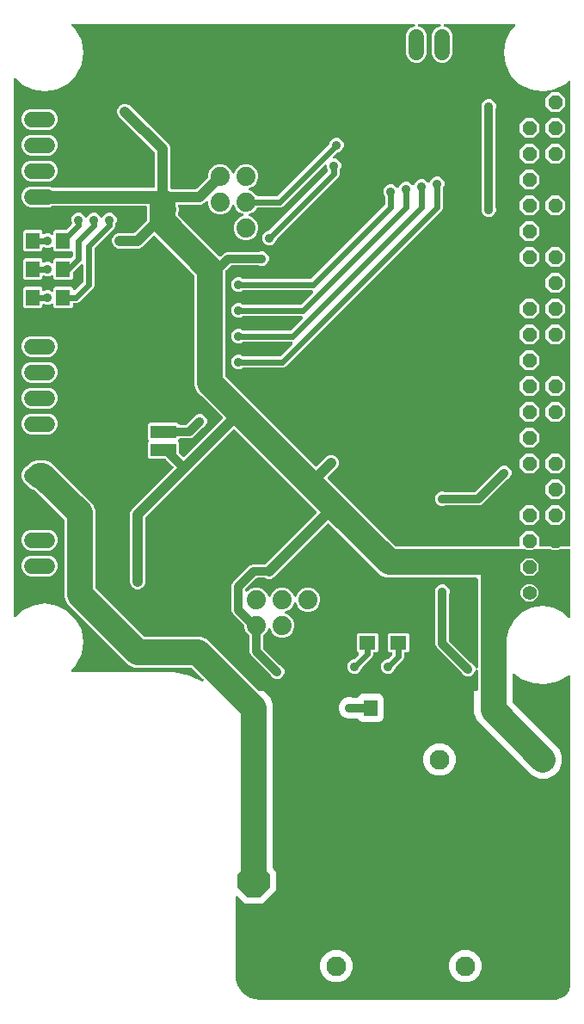
<source format=gbr>
G04 EAGLE Gerber RS-274X export*
G75*
%MOMM*%
%FSLAX34Y34*%
%LPD*%
%INBottom Copper*%
%IPPOS*%
%AMOC8*
5,1,8,0,0,1.08239X$1,22.5*%
G01*
%ADD10C,1.422400*%
%ADD11P,1.539592X8X112.500000*%
%ADD12C,1.879600*%
%ADD13C,1.524000*%
%ADD14C,1.950000*%
%ADD15P,3.436588X8X202.500000*%
%ADD16R,1.400000X1.600000*%
%ADD17R,1.600000X1.400000*%
%ADD18R,2.540000X1.270000*%
%ADD19C,0.906400*%
%ADD20C,0.406400*%
%ADD21C,0.609600*%
%ADD22C,0.956400*%
%ADD23C,2.540000*%
%ADD24C,0.254000*%
%ADD25C,0.812800*%
%ADD26C,0.152400*%
%ADD27C,1.016000*%
%ADD28C,1.270000*%

G36*
X682521Y58423D02*
X682521Y58423D01*
X682583Y58423D01*
X684406Y58543D01*
X684450Y58551D01*
X684494Y58552D01*
X684652Y58583D01*
X688175Y59527D01*
X688254Y59560D01*
X688336Y59583D01*
X688459Y59643D01*
X688469Y59648D01*
X688473Y59650D01*
X688481Y59654D01*
X691639Y61478D01*
X691707Y61529D01*
X691781Y61573D01*
X691884Y61663D01*
X691892Y61670D01*
X691895Y61673D01*
X691902Y61679D01*
X694481Y64258D01*
X694533Y64326D01*
X694593Y64387D01*
X694669Y64501D01*
X694676Y64509D01*
X694677Y64514D01*
X694682Y64521D01*
X696506Y67679D01*
X696539Y67758D01*
X696581Y67833D01*
X696625Y67962D01*
X696629Y67972D01*
X696630Y67977D01*
X696633Y67985D01*
X697577Y71508D01*
X697583Y71552D01*
X697596Y71594D01*
X697617Y71754D01*
X697737Y73577D01*
X697735Y73598D01*
X697739Y73660D01*
X697739Y376269D01*
X697723Y376401D01*
X697712Y376533D01*
X697703Y376558D01*
X697699Y376585D01*
X697651Y376708D01*
X697607Y376833D01*
X697592Y376856D01*
X697582Y376881D01*
X697505Y376988D01*
X697431Y377098D01*
X697411Y377116D01*
X697396Y377138D01*
X697293Y377223D01*
X697195Y377311D01*
X697171Y377324D01*
X697151Y377341D01*
X697031Y377397D01*
X696914Y377459D01*
X696887Y377465D01*
X696863Y377476D01*
X696733Y377501D01*
X696604Y377532D01*
X696577Y377531D01*
X696551Y377536D01*
X696419Y377528D01*
X696286Y377525D01*
X696260Y377518D01*
X696233Y377516D01*
X696107Y377476D01*
X695980Y377440D01*
X695945Y377423D01*
X695931Y377418D01*
X695912Y377407D01*
X695835Y377369D01*
X685214Y371236D01*
X673112Y368474D01*
X660734Y369402D01*
X649179Y373937D01*
X642597Y379185D01*
X642539Y379221D01*
X642487Y379264D01*
X642404Y379303D01*
X642326Y379351D01*
X642261Y379371D01*
X642199Y379400D01*
X642109Y379417D01*
X642022Y379444D01*
X641953Y379447D01*
X641886Y379460D01*
X641795Y379454D01*
X641704Y379458D01*
X641637Y379444D01*
X641569Y379440D01*
X641482Y379412D01*
X641393Y379393D01*
X641331Y379363D01*
X641267Y379342D01*
X641189Y379293D01*
X641107Y379253D01*
X641056Y379208D01*
X640998Y379172D01*
X640935Y379105D01*
X640866Y379046D01*
X640827Y378990D01*
X640780Y378940D01*
X640736Y378860D01*
X640683Y378785D01*
X640659Y378721D01*
X640626Y378661D01*
X640604Y378573D01*
X640571Y378487D01*
X640564Y378420D01*
X640547Y378354D01*
X640537Y378193D01*
X640537Y351772D01*
X640549Y351673D01*
X640552Y351574D01*
X640569Y351516D01*
X640577Y351456D01*
X640613Y351364D01*
X640641Y351269D01*
X640671Y351217D01*
X640694Y351160D01*
X640752Y351080D01*
X640802Y350995D01*
X640868Y350920D01*
X640880Y350903D01*
X640890Y350895D01*
X640908Y350874D01*
X686495Y305287D01*
X689357Y298379D01*
X689357Y290901D01*
X686495Y283993D01*
X681207Y278705D01*
X674299Y275843D01*
X666821Y275843D01*
X659913Y278705D01*
X605805Y332813D01*
X602943Y339721D01*
X602943Y361790D01*
X605230Y361790D01*
X605348Y361805D01*
X605467Y361812D01*
X605505Y361825D01*
X605546Y361830D01*
X605656Y361874D01*
X605769Y361910D01*
X605804Y361932D01*
X605841Y361947D01*
X605937Y362017D01*
X606038Y362081D01*
X606066Y362110D01*
X606099Y362134D01*
X606175Y362225D01*
X606256Y362312D01*
X606276Y362348D01*
X606301Y362379D01*
X606352Y362486D01*
X606410Y362591D01*
X606420Y362630D01*
X606437Y362666D01*
X606459Y362783D01*
X606489Y362899D01*
X606493Y362959D01*
X606497Y362979D01*
X606495Y362999D01*
X606499Y363059D01*
X606499Y381852D01*
X606491Y381921D01*
X606492Y381991D01*
X606471Y382078D01*
X606459Y382167D01*
X606434Y382232D01*
X606417Y382300D01*
X606375Y382380D01*
X606342Y382463D01*
X606301Y382519D01*
X606269Y382581D01*
X606208Y382648D01*
X606156Y382720D01*
X606102Y382765D01*
X606055Y382817D01*
X605980Y382866D01*
X605911Y382923D01*
X605847Y382953D01*
X605789Y382991D01*
X605704Y383021D01*
X605623Y383059D01*
X605554Y383072D01*
X605488Y383095D01*
X605399Y383102D01*
X605311Y383119D01*
X605241Y383114D01*
X605171Y383120D01*
X605083Y383104D01*
X604993Y383099D01*
X604927Y383077D01*
X604858Y383065D01*
X604776Y383028D01*
X604691Y383001D01*
X604632Y382963D01*
X604568Y382935D01*
X604498Y382879D01*
X604422Y382831D01*
X604374Y382780D01*
X604320Y382736D01*
X604265Y382664D01*
X604204Y382599D01*
X604170Y382538D01*
X604128Y382482D01*
X604057Y382338D01*
X602896Y379534D01*
X600906Y377544D01*
X598307Y376467D01*
X595493Y376467D01*
X592894Y377544D01*
X590904Y379534D01*
X590533Y380430D01*
X590528Y380438D01*
X590525Y380447D01*
X590450Y380576D01*
X590375Y380706D01*
X590369Y380713D01*
X590364Y380721D01*
X590258Y380842D01*
X565901Y405199D01*
X564895Y407626D01*
X564895Y456951D01*
X564894Y456960D01*
X564895Y456969D01*
X564874Y457118D01*
X564855Y457266D01*
X564852Y457275D01*
X564851Y457284D01*
X564799Y457437D01*
X564427Y458333D01*
X564427Y461147D01*
X565504Y463746D01*
X567494Y465736D01*
X570093Y466813D01*
X572907Y466813D01*
X575506Y465736D01*
X577496Y463746D01*
X578573Y461147D01*
X578573Y458333D01*
X578201Y457437D01*
X578199Y457428D01*
X578194Y457419D01*
X578187Y457389D01*
X578181Y457377D01*
X578173Y457337D01*
X578157Y457274D01*
X578117Y457130D01*
X578117Y457121D01*
X578115Y457112D01*
X578105Y456951D01*
X578105Y412202D01*
X578117Y412103D01*
X578120Y412004D01*
X578137Y411946D01*
X578145Y411886D01*
X578181Y411794D01*
X578209Y411699D01*
X578239Y411647D01*
X578262Y411590D01*
X578320Y411510D01*
X578370Y411425D01*
X578436Y411349D01*
X578448Y411333D01*
X578458Y411325D01*
X578476Y411304D01*
X599598Y390182D01*
X599605Y390177D01*
X599611Y390169D01*
X599731Y390079D01*
X599849Y389988D01*
X599858Y389984D01*
X599865Y389978D01*
X600010Y389907D01*
X600906Y389536D01*
X602896Y387546D01*
X604057Y384742D01*
X604092Y384682D01*
X604118Y384617D01*
X604170Y384544D01*
X604215Y384466D01*
X604263Y384416D01*
X604304Y384360D01*
X604374Y384302D01*
X604436Y384238D01*
X604496Y384201D01*
X604549Y384157D01*
X604631Y384118D01*
X604707Y384072D01*
X604774Y384051D01*
X604837Y384021D01*
X604925Y384004D01*
X605011Y383978D01*
X605081Y383975D01*
X605150Y383961D01*
X605239Y383967D01*
X605329Y383963D01*
X605397Y383977D01*
X605467Y383981D01*
X605552Y384009D01*
X605640Y384027D01*
X605703Y384058D01*
X605769Y384079D01*
X605845Y384127D01*
X605926Y384167D01*
X605979Y384212D01*
X606038Y384249D01*
X606100Y384315D01*
X606168Y384373D01*
X606208Y384430D01*
X606256Y384481D01*
X606299Y384560D01*
X606351Y384633D01*
X606376Y384698D01*
X606410Y384760D01*
X606432Y384846D01*
X606464Y384931D01*
X606472Y385000D01*
X606489Y385067D01*
X606499Y385228D01*
X606499Y472146D01*
X606484Y472264D01*
X606477Y472383D01*
X606464Y472421D01*
X606459Y472462D01*
X606416Y472572D01*
X606379Y472685D01*
X606357Y472720D01*
X606342Y472757D01*
X606273Y472853D01*
X606209Y472954D01*
X606179Y472982D01*
X606156Y473015D01*
X606064Y473091D01*
X605977Y473172D01*
X605942Y473192D01*
X605911Y473217D01*
X605803Y473268D01*
X605699Y473326D01*
X605659Y473336D01*
X605623Y473353D01*
X605506Y473375D01*
X605391Y473405D01*
X605331Y473409D01*
X605311Y473413D01*
X605290Y473411D01*
X605230Y473415D01*
X516692Y473415D01*
X511091Y475736D01*
X460329Y526497D01*
X460235Y526570D01*
X460146Y526649D01*
X460110Y526667D01*
X460078Y526692D01*
X459969Y526739D01*
X459863Y526793D01*
X459823Y526802D01*
X459786Y526818D01*
X459668Y526837D01*
X459552Y526863D01*
X459512Y526862D01*
X459472Y526868D01*
X459353Y526857D01*
X459235Y526853D01*
X459196Y526842D01*
X459155Y526838D01*
X459043Y526798D01*
X458929Y526765D01*
X458894Y526744D01*
X458856Y526731D01*
X458758Y526664D01*
X458655Y526603D01*
X458610Y526564D01*
X458593Y526552D01*
X458580Y526537D01*
X458534Y526497D01*
X405637Y473599D01*
X402836Y472439D01*
X399804Y472439D01*
X397585Y473359D01*
X397576Y473361D01*
X397567Y473366D01*
X397422Y473403D01*
X397278Y473443D01*
X397269Y473443D01*
X397260Y473445D01*
X397099Y473455D01*
X389342Y473455D01*
X389243Y473443D01*
X389144Y473440D01*
X389086Y473423D01*
X389026Y473415D01*
X388934Y473379D01*
X388839Y473351D01*
X388787Y473321D01*
X388730Y473298D01*
X388650Y473240D01*
X388565Y473190D01*
X388489Y473124D01*
X388473Y473112D01*
X388465Y473102D01*
X388444Y473084D01*
X377816Y462456D01*
X377756Y462378D01*
X377688Y462306D01*
X377659Y462253D01*
X377622Y462205D01*
X377582Y462114D01*
X377534Y462027D01*
X377519Y461969D01*
X377495Y461913D01*
X377480Y461815D01*
X377455Y461719D01*
X377449Y461619D01*
X377445Y461599D01*
X377447Y461586D01*
X377445Y461558D01*
X377445Y460893D01*
X377462Y460755D01*
X377475Y460617D01*
X377482Y460597D01*
X377485Y460577D01*
X377536Y460448D01*
X377583Y460317D01*
X377594Y460300D01*
X377602Y460282D01*
X377683Y460169D01*
X377761Y460054D01*
X377777Y460041D01*
X377788Y460024D01*
X377896Y459936D01*
X378000Y459844D01*
X378018Y459834D01*
X378033Y459822D01*
X378159Y459762D01*
X378283Y459699D01*
X378303Y459695D01*
X378321Y459686D01*
X378457Y459660D01*
X378593Y459629D01*
X378614Y459630D01*
X378633Y459626D01*
X378772Y459635D01*
X378911Y459639D01*
X378931Y459645D01*
X378951Y459646D01*
X379083Y459689D01*
X379217Y459727D01*
X379234Y459738D01*
X379253Y459744D01*
X379371Y459819D01*
X379491Y459889D01*
X379512Y459908D01*
X379522Y459914D01*
X379536Y459929D01*
X379611Y459995D01*
X381857Y462241D01*
X386245Y464059D01*
X390995Y464059D01*
X395383Y462241D01*
X398741Y458883D01*
X400147Y455488D01*
X400216Y455367D01*
X400281Y455244D01*
X400295Y455229D01*
X400305Y455212D01*
X400402Y455112D01*
X400495Y455009D01*
X400512Y454998D01*
X400526Y454983D01*
X400644Y454911D01*
X400761Y454834D01*
X400780Y454828D01*
X400797Y454817D01*
X400930Y454776D01*
X401062Y454731D01*
X401082Y454729D01*
X401101Y454723D01*
X401240Y454717D01*
X401379Y454706D01*
X401399Y454709D01*
X401419Y454708D01*
X401555Y454736D01*
X401692Y454760D01*
X401711Y454768D01*
X401730Y454772D01*
X401855Y454834D01*
X401982Y454891D01*
X401998Y454903D01*
X402016Y454912D01*
X402122Y455003D01*
X402230Y455089D01*
X402243Y455105D01*
X402258Y455119D01*
X402338Y455232D01*
X402422Y455343D01*
X402434Y455369D01*
X402441Y455379D01*
X402448Y455398D01*
X402493Y455488D01*
X403899Y458883D01*
X407257Y462241D01*
X411645Y464059D01*
X416395Y464059D01*
X420783Y462241D01*
X424141Y458883D01*
X425547Y455488D01*
X425616Y455367D01*
X425681Y455244D01*
X425695Y455229D01*
X425705Y455212D01*
X425802Y455112D01*
X425895Y455009D01*
X425912Y454998D01*
X425926Y454983D01*
X426044Y454911D01*
X426161Y454834D01*
X426180Y454828D01*
X426197Y454817D01*
X426330Y454776D01*
X426462Y454731D01*
X426482Y454729D01*
X426501Y454723D01*
X426640Y454717D01*
X426779Y454706D01*
X426799Y454709D01*
X426819Y454708D01*
X426955Y454736D01*
X427092Y454760D01*
X427111Y454768D01*
X427130Y454772D01*
X427255Y454834D01*
X427382Y454891D01*
X427398Y454903D01*
X427416Y454912D01*
X427522Y455003D01*
X427630Y455089D01*
X427643Y455105D01*
X427658Y455119D01*
X427738Y455232D01*
X427822Y455343D01*
X427834Y455369D01*
X427841Y455379D01*
X427848Y455398D01*
X427893Y455488D01*
X429299Y458883D01*
X432657Y462241D01*
X437045Y464059D01*
X441795Y464059D01*
X446183Y462241D01*
X449541Y458883D01*
X451359Y454495D01*
X451359Y449745D01*
X449541Y445357D01*
X446183Y441999D01*
X441795Y440181D01*
X437045Y440181D01*
X432657Y441999D01*
X429299Y445357D01*
X427893Y448752D01*
X427824Y448873D01*
X427759Y448996D01*
X427745Y449011D01*
X427735Y449028D01*
X427638Y449128D01*
X427545Y449231D01*
X427528Y449242D01*
X427514Y449257D01*
X427395Y449329D01*
X427279Y449406D01*
X427260Y449412D01*
X427243Y449423D01*
X427110Y449464D01*
X426978Y449509D01*
X426958Y449511D01*
X426939Y449517D01*
X426800Y449523D01*
X426661Y449534D01*
X426641Y449531D01*
X426621Y449532D01*
X426485Y449504D01*
X426348Y449480D01*
X426329Y449472D01*
X426310Y449468D01*
X426184Y449406D01*
X426058Y449349D01*
X426042Y449337D01*
X426024Y449328D01*
X425918Y449237D01*
X425810Y449151D01*
X425797Y449135D01*
X425782Y449121D01*
X425702Y449008D01*
X425618Y448897D01*
X425606Y448871D01*
X425599Y448861D01*
X425592Y448842D01*
X425547Y448752D01*
X424141Y445357D01*
X420783Y441999D01*
X417388Y440593D01*
X417267Y440524D01*
X417144Y440459D01*
X417129Y440445D01*
X417112Y440435D01*
X417012Y440338D01*
X416909Y440245D01*
X416898Y440228D01*
X416883Y440214D01*
X416811Y440096D01*
X416734Y439979D01*
X416728Y439960D01*
X416717Y439943D01*
X416676Y439810D01*
X416631Y439678D01*
X416629Y439658D01*
X416623Y439639D01*
X416617Y439500D01*
X416606Y439361D01*
X416609Y439341D01*
X416608Y439321D01*
X416636Y439185D01*
X416660Y439048D01*
X416668Y439029D01*
X416672Y439010D01*
X416734Y438885D01*
X416791Y438758D01*
X416803Y438742D01*
X416812Y438724D01*
X416903Y438618D01*
X416989Y438510D01*
X417005Y438497D01*
X417019Y438482D01*
X417132Y438402D01*
X417243Y438318D01*
X417269Y438306D01*
X417279Y438299D01*
X417298Y438292D01*
X417388Y438247D01*
X420783Y436841D01*
X424141Y433483D01*
X425959Y429095D01*
X425959Y424345D01*
X424141Y419957D01*
X420783Y416599D01*
X416395Y414781D01*
X411645Y414781D01*
X407257Y416599D01*
X403899Y419957D01*
X402493Y423352D01*
X402424Y423473D01*
X402359Y423596D01*
X402345Y423611D01*
X402335Y423628D01*
X402238Y423728D01*
X402145Y423831D01*
X402128Y423842D01*
X402114Y423857D01*
X401995Y423929D01*
X401879Y424006D01*
X401860Y424012D01*
X401843Y424023D01*
X401710Y424064D01*
X401578Y424109D01*
X401558Y424111D01*
X401539Y424117D01*
X401400Y424123D01*
X401261Y424134D01*
X401241Y424131D01*
X401221Y424132D01*
X401085Y424104D01*
X400948Y424080D01*
X400929Y424072D01*
X400910Y424068D01*
X400784Y424006D01*
X400658Y423949D01*
X400642Y423937D01*
X400624Y423928D01*
X400518Y423837D01*
X400410Y423751D01*
X400397Y423735D01*
X400382Y423721D01*
X400302Y423608D01*
X400218Y423497D01*
X400206Y423471D01*
X400199Y423461D01*
X400192Y423442D01*
X400147Y423352D01*
X398741Y419957D01*
X395596Y416813D01*
X395536Y416734D01*
X395468Y416662D01*
X395439Y416609D01*
X395402Y416561D01*
X395362Y416470D01*
X395314Y416384D01*
X395299Y416325D01*
X395275Y416269D01*
X395260Y416171D01*
X395235Y416076D01*
X395229Y415976D01*
X395225Y415955D01*
X395227Y415943D01*
X395225Y415915D01*
X395225Y404582D01*
X395237Y404483D01*
X395240Y404384D01*
X395257Y404326D01*
X395265Y404266D01*
X395301Y404174D01*
X395329Y404079D01*
X395359Y404027D01*
X395382Y403970D01*
X395440Y403890D01*
X395490Y403805D01*
X395556Y403729D01*
X395568Y403713D01*
X395578Y403705D01*
X395596Y403684D01*
X411638Y387642D01*
X411645Y387637D01*
X411651Y387630D01*
X411770Y387540D01*
X411889Y387448D01*
X411898Y387444D01*
X411905Y387438D01*
X412050Y387367D01*
X412946Y386996D01*
X414936Y385006D01*
X416013Y382407D01*
X416013Y379593D01*
X414936Y376994D01*
X412946Y375004D01*
X410347Y373927D01*
X407533Y373927D01*
X404934Y375004D01*
X402944Y376994D01*
X402573Y377890D01*
X402568Y377898D01*
X402565Y377907D01*
X402489Y378036D01*
X402415Y378166D01*
X402409Y378173D01*
X402404Y378181D01*
X402298Y378302D01*
X383021Y397579D01*
X382015Y400006D01*
X382015Y415915D01*
X382003Y416013D01*
X382000Y416112D01*
X381983Y416171D01*
X381975Y416231D01*
X381939Y416323D01*
X381911Y416418D01*
X381881Y416470D01*
X381858Y416526D01*
X381800Y416606D01*
X381750Y416692D01*
X381684Y416767D01*
X381672Y416784D01*
X381662Y416791D01*
X381644Y416813D01*
X378499Y419957D01*
X376681Y424345D01*
X376681Y426252D01*
X376669Y426351D01*
X376666Y426450D01*
X376649Y426508D01*
X376641Y426568D01*
X376605Y426660D01*
X376577Y426755D01*
X376547Y426807D01*
X376524Y426864D01*
X376466Y426944D01*
X376416Y427029D01*
X376350Y427105D01*
X376338Y427121D01*
X376328Y427129D01*
X376310Y427150D01*
X365241Y438219D01*
X364235Y440646D01*
X364235Y466134D01*
X365241Y468561D01*
X380302Y483623D01*
X382339Y485659D01*
X384766Y486665D01*
X396622Y486665D01*
X396720Y486677D01*
X396819Y486680D01*
X396877Y486697D01*
X396937Y486705D01*
X397029Y486741D01*
X397124Y486769D01*
X397177Y486799D01*
X397233Y486822D01*
X397313Y486880D01*
X397398Y486930D01*
X397474Y486996D01*
X397490Y487008D01*
X397498Y487018D01*
X397519Y487036D01*
X447757Y537274D01*
X447830Y537369D01*
X447909Y537458D01*
X447927Y537494D01*
X447952Y537526D01*
X447999Y537635D01*
X448053Y537741D01*
X448062Y537780D01*
X448078Y537817D01*
X448097Y537935D01*
X448123Y538051D01*
X448122Y538092D01*
X448128Y538132D01*
X448117Y538250D01*
X448113Y538369D01*
X448102Y538408D01*
X448098Y538448D01*
X448058Y538560D01*
X448025Y538675D01*
X448004Y538709D01*
X447991Y538747D01*
X447924Y538846D01*
X447863Y538949D01*
X447824Y538994D01*
X447812Y539011D01*
X447797Y539024D01*
X447757Y539069D01*
X433505Y553321D01*
X367619Y619207D01*
X367525Y619280D01*
X367436Y619359D01*
X367400Y619377D01*
X367368Y619402D01*
X367259Y619449D01*
X367153Y619503D01*
X367113Y619512D01*
X367076Y619528D01*
X366959Y619547D01*
X366843Y619573D01*
X366802Y619572D01*
X366762Y619578D01*
X366644Y619567D01*
X366525Y619563D01*
X366486Y619552D01*
X366446Y619548D01*
X366333Y619508D01*
X366219Y619475D01*
X366184Y619454D01*
X366146Y619441D01*
X366048Y619374D01*
X365945Y619313D01*
X365900Y619274D01*
X365883Y619262D01*
X365870Y619247D01*
X365824Y619207D01*
X279772Y533155D01*
X279712Y533077D01*
X279644Y533005D01*
X279615Y532952D01*
X279578Y532904D01*
X279538Y532813D01*
X279490Y532726D01*
X279475Y532668D01*
X279451Y532612D01*
X279436Y532514D01*
X279411Y532418D01*
X279405Y532318D01*
X279401Y532298D01*
X279403Y532286D01*
X279401Y532258D01*
X279401Y468384D01*
X278241Y465583D01*
X276097Y463439D01*
X273296Y462279D01*
X270264Y462279D01*
X267463Y463439D01*
X265319Y465583D01*
X264159Y468384D01*
X264159Y537456D01*
X265319Y540257D01*
X306544Y581481D01*
X306617Y581575D01*
X306695Y581664D01*
X306714Y581700D01*
X306739Y581732D01*
X306786Y581842D01*
X306840Y581947D01*
X306849Y581987D01*
X306865Y582024D01*
X306884Y582142D01*
X306910Y582258D01*
X306908Y582298D01*
X306915Y582338D01*
X306904Y582457D01*
X306900Y582576D01*
X306889Y582614D01*
X306885Y582655D01*
X306845Y582767D01*
X306812Y582881D01*
X306791Y582916D01*
X306777Y582954D01*
X306710Y583053D01*
X306650Y583155D01*
X306610Y583200D01*
X306599Y583217D01*
X306583Y583231D01*
X306544Y583276D01*
X299642Y590178D01*
X299564Y590238D01*
X299492Y590306D01*
X299439Y590335D01*
X299391Y590372D01*
X299300Y590412D01*
X299213Y590460D01*
X299155Y590475D01*
X299099Y590499D01*
X299001Y590514D01*
X298905Y590539D01*
X298805Y590545D01*
X298785Y590549D01*
X298772Y590547D01*
X298744Y590549D01*
X283428Y590549D01*
X281939Y592038D01*
X281939Y606842D01*
X282529Y607432D01*
X282602Y607526D01*
X282681Y607616D01*
X282700Y607652D01*
X282724Y607684D01*
X282772Y607793D01*
X282826Y607899D01*
X282835Y607938D01*
X282851Y607976D01*
X282869Y608093D01*
X282895Y608209D01*
X282894Y608250D01*
X282900Y608290D01*
X282889Y608408D01*
X282886Y608527D01*
X282874Y608566D01*
X282871Y608606D01*
X282830Y608719D01*
X282797Y608833D01*
X282777Y608867D01*
X282763Y608906D01*
X282696Y609004D01*
X282636Y609107D01*
X282596Y609152D01*
X282584Y609169D01*
X282569Y609182D01*
X282529Y609227D01*
X281939Y609818D01*
X281939Y624622D01*
X283428Y626111D01*
X310932Y626111D01*
X312623Y624420D01*
X312647Y624387D01*
X312711Y624286D01*
X312741Y624258D01*
X312764Y624225D01*
X312856Y624149D01*
X312943Y624068D01*
X312978Y624048D01*
X313009Y624023D01*
X313117Y623972D01*
X313221Y623914D01*
X313261Y623904D01*
X313297Y623887D01*
X313414Y623865D01*
X313529Y623835D01*
X313589Y623831D01*
X313609Y623827D01*
X313630Y623829D01*
X313690Y623825D01*
X319318Y623825D01*
X319417Y623837D01*
X319516Y623840D01*
X319574Y623857D01*
X319634Y623865D01*
X319726Y623901D01*
X319821Y623929D01*
X319873Y623959D01*
X319930Y623982D01*
X320010Y624040D01*
X320095Y624090D01*
X320171Y624156D01*
X320187Y624168D01*
X320195Y624178D01*
X320216Y624196D01*
X326098Y630078D01*
X326103Y630085D01*
X326110Y630091D01*
X326200Y630210D01*
X326292Y630329D01*
X326296Y630338D01*
X326302Y630345D01*
X326373Y630490D01*
X326744Y631386D01*
X328734Y633376D01*
X331333Y634453D01*
X334147Y634453D01*
X336746Y633376D01*
X338736Y631386D01*
X339813Y628787D01*
X339813Y625973D01*
X338736Y623374D01*
X336746Y621384D01*
X335850Y621013D01*
X335842Y621008D01*
X335833Y621005D01*
X335704Y620929D01*
X335574Y620855D01*
X335567Y620849D01*
X335559Y620844D01*
X335438Y620738D01*
X326321Y611621D01*
X323894Y610615D01*
X313690Y610615D01*
X313572Y610600D01*
X313453Y610593D01*
X313415Y610580D01*
X313374Y610575D01*
X313264Y610532D01*
X313151Y610495D01*
X313116Y610473D01*
X313079Y610458D01*
X312983Y610389D01*
X312882Y610325D01*
X312854Y610295D01*
X312821Y610272D01*
X312745Y610180D01*
X312664Y610093D01*
X312644Y610058D01*
X312619Y610027D01*
X312609Y610006D01*
X311831Y609227D01*
X311758Y609133D01*
X311679Y609044D01*
X311661Y609008D01*
X311636Y608976D01*
X311588Y608867D01*
X311534Y608761D01*
X311525Y608722D01*
X311509Y608684D01*
X311491Y608567D01*
X311465Y608451D01*
X311466Y608410D01*
X311460Y608370D01*
X311471Y608252D01*
X311474Y608133D01*
X311486Y608094D01*
X311489Y608054D01*
X311530Y607942D01*
X311563Y607827D01*
X311583Y607792D01*
X311597Y607754D01*
X311664Y607656D01*
X311724Y607553D01*
X311764Y607508D01*
X311776Y607491D01*
X311791Y607478D01*
X311831Y607432D01*
X312421Y606842D01*
X312421Y596606D01*
X312433Y596507D01*
X312436Y596408D01*
X312447Y596371D01*
X312447Y596364D01*
X312454Y596345D01*
X312461Y596290D01*
X312497Y596198D01*
X312525Y596103D01*
X312541Y596075D01*
X312545Y596062D01*
X312560Y596038D01*
X312578Y595994D01*
X312636Y595914D01*
X312686Y595829D01*
X312710Y595801D01*
X312715Y595793D01*
X312727Y595782D01*
X312752Y595753D01*
X312764Y595737D01*
X312774Y595729D01*
X312792Y595708D01*
X315884Y592616D01*
X315978Y592543D01*
X316067Y592465D01*
X316103Y592446D01*
X316135Y592421D01*
X316245Y592374D01*
X316351Y592320D01*
X316390Y592311D01*
X316427Y592295D01*
X316545Y592276D01*
X316661Y592250D01*
X316701Y592252D01*
X316741Y592245D01*
X316860Y592256D01*
X316979Y592260D01*
X317018Y592271D01*
X317058Y592275D01*
X317170Y592315D01*
X317284Y592348D01*
X317319Y592369D01*
X317357Y592383D01*
X317456Y592450D01*
X317558Y592510D01*
X317604Y592550D01*
X317620Y592561D01*
X317634Y592577D01*
X317679Y592616D01*
X355047Y629984D01*
X355120Y630079D01*
X355199Y630168D01*
X355217Y630204D01*
X355242Y630236D01*
X355289Y630345D01*
X355343Y630451D01*
X355352Y630490D01*
X355368Y630527D01*
X355387Y630645D01*
X355413Y630761D01*
X355412Y630802D01*
X355418Y630842D01*
X355407Y630960D01*
X355403Y631079D01*
X355392Y631118D01*
X355388Y631158D01*
X355348Y631270D01*
X355315Y631385D01*
X355294Y631419D01*
X355281Y631457D01*
X355214Y631556D01*
X355153Y631659D01*
X355114Y631704D01*
X355102Y631721D01*
X355087Y631734D01*
X355047Y631779D01*
X334445Y652381D01*
X329980Y656847D01*
X327659Y662448D01*
X327659Y770401D01*
X327647Y770500D01*
X327644Y770599D01*
X327627Y770657D01*
X327619Y770717D01*
X327583Y770809D01*
X327555Y770904D01*
X327525Y770956D01*
X327502Y771013D01*
X327444Y771093D01*
X327394Y771178D01*
X327328Y771253D01*
X327316Y771270D01*
X327306Y771278D01*
X327288Y771299D01*
X288879Y809707D01*
X288785Y809780D01*
X288696Y809859D01*
X288660Y809877D01*
X288628Y809902D01*
X288519Y809949D01*
X288413Y810003D01*
X288373Y810012D01*
X288336Y810028D01*
X288219Y810047D01*
X288103Y810073D01*
X288062Y810072D01*
X288022Y810078D01*
X287904Y810067D01*
X287785Y810063D01*
X287746Y810052D01*
X287706Y810048D01*
X287593Y810008D01*
X287479Y809975D01*
X287444Y809954D01*
X287406Y809941D01*
X287308Y809874D01*
X287205Y809813D01*
X287160Y809774D01*
X287143Y809762D01*
X287130Y809747D01*
X287084Y809707D01*
X276097Y798719D01*
X273296Y797559D01*
X252484Y797559D01*
X249683Y798719D01*
X247539Y800863D01*
X246379Y803664D01*
X246379Y806696D01*
X247539Y809497D01*
X249683Y811641D01*
X252484Y812801D01*
X268098Y812801D01*
X268196Y812813D01*
X268295Y812816D01*
X268353Y812833D01*
X268413Y812841D01*
X268505Y812877D01*
X268600Y812905D01*
X268653Y812935D01*
X268709Y812958D01*
X268789Y813016D01*
X268874Y813066D01*
X268950Y813132D01*
X268966Y813144D01*
X268974Y813154D01*
X268995Y813172D01*
X280592Y824769D01*
X280652Y824847D01*
X280720Y824919D01*
X280749Y824972D01*
X280786Y825020D01*
X280826Y825111D01*
X280874Y825198D01*
X280889Y825256D01*
X280913Y825312D01*
X280928Y825410D01*
X280953Y825506D01*
X280959Y825606D01*
X280963Y825626D01*
X280961Y825638D01*
X280963Y825666D01*
X280963Y838200D01*
X280948Y838318D01*
X280941Y838437D01*
X280928Y838475D01*
X280923Y838516D01*
X280880Y838626D01*
X280843Y838739D01*
X280821Y838774D01*
X280806Y838811D01*
X280737Y838907D01*
X280673Y839008D01*
X280643Y839036D01*
X280620Y839069D01*
X280528Y839145D01*
X280441Y839226D01*
X280406Y839246D01*
X280375Y839271D01*
X280267Y839322D01*
X280163Y839380D01*
X280123Y839390D01*
X280087Y839407D01*
X279970Y839429D01*
X279855Y839459D01*
X279795Y839463D01*
X279775Y839467D01*
X279754Y839465D01*
X279694Y839469D01*
X188220Y839469D01*
X188210Y839468D01*
X188201Y839469D01*
X188052Y839448D01*
X187904Y839429D01*
X187895Y839426D01*
X187886Y839425D01*
X187734Y839373D01*
X184901Y838199D01*
X165619Y838199D01*
X161884Y839746D01*
X159026Y842604D01*
X157479Y846339D01*
X157479Y850381D01*
X159026Y854116D01*
X161884Y856974D01*
X165619Y858521D01*
X184901Y858521D01*
X187734Y857347D01*
X187743Y857345D01*
X187751Y857340D01*
X187896Y857303D01*
X188041Y857263D01*
X188050Y857263D01*
X188059Y857261D01*
X188220Y857251D01*
X287314Y857251D01*
X287432Y857266D01*
X287551Y857273D01*
X287589Y857286D01*
X287630Y857291D01*
X287740Y857334D01*
X287853Y857371D01*
X287888Y857393D01*
X287925Y857408D01*
X288021Y857477D01*
X288122Y857541D01*
X288150Y857571D01*
X288183Y857594D01*
X288259Y857686D01*
X288340Y857773D01*
X288360Y857808D01*
X288385Y857839D01*
X288436Y857947D01*
X288494Y858051D01*
X288504Y858091D01*
X288521Y858127D01*
X288543Y858244D01*
X288573Y858359D01*
X288577Y858419D01*
X288581Y858439D01*
X288579Y858460D01*
X288583Y858520D01*
X288583Y891374D01*
X288571Y891472D01*
X288568Y891571D01*
X288551Y891629D01*
X288543Y891689D01*
X288507Y891781D01*
X288479Y891876D01*
X288449Y891929D01*
X288426Y891985D01*
X288368Y892065D01*
X288318Y892150D01*
X288252Y892226D01*
X288240Y892242D01*
X288230Y892250D01*
X288212Y892271D01*
X252619Y927863D01*
X251459Y930664D01*
X251459Y933696D01*
X252619Y936497D01*
X254763Y938641D01*
X257564Y939801D01*
X260596Y939801D01*
X263397Y938641D01*
X302665Y899373D01*
X303825Y896572D01*
X303825Y857468D01*
X303828Y857439D01*
X303826Y857409D01*
X303848Y857281D01*
X303865Y857152D01*
X303875Y857125D01*
X303880Y857096D01*
X303934Y856977D01*
X303982Y856857D01*
X303999Y856833D01*
X304011Y856806D01*
X304092Y856704D01*
X304168Y856599D01*
X304191Y856581D01*
X304210Y856557D01*
X304313Y856479D01*
X304413Y856397D01*
X304440Y856384D01*
X304464Y856366D01*
X304608Y856295D01*
X304931Y856161D01*
X304936Y856158D01*
X305027Y856118D01*
X305114Y856070D01*
X305173Y856055D01*
X305228Y856031D01*
X305326Y856016D01*
X305422Y855991D01*
X305522Y855985D01*
X305542Y855981D01*
X305555Y855983D01*
X305583Y855981D01*
X329058Y855981D01*
X329156Y855993D01*
X329255Y855996D01*
X329313Y856013D01*
X329373Y856021D01*
X329465Y856057D01*
X329560Y856085D01*
X329613Y856115D01*
X329669Y856138D01*
X329749Y856196D01*
X329834Y856246D01*
X329910Y856312D01*
X329926Y856324D01*
X329934Y856334D01*
X329955Y856352D01*
X340750Y867147D01*
X340810Y867225D01*
X340878Y867297D01*
X340907Y867350D01*
X340944Y867398D01*
X340984Y867489D01*
X341032Y867576D01*
X341047Y867634D01*
X341071Y867690D01*
X341086Y867788D01*
X341111Y867884D01*
X341117Y867984D01*
X341121Y868004D01*
X341119Y868016D01*
X341121Y868044D01*
X341121Y871055D01*
X342939Y875443D01*
X346297Y878801D01*
X350685Y880619D01*
X355435Y880619D01*
X359823Y878801D01*
X363181Y875443D01*
X364587Y872048D01*
X364656Y871927D01*
X364721Y871804D01*
X364735Y871789D01*
X364745Y871772D01*
X364842Y871672D01*
X364935Y871569D01*
X364952Y871558D01*
X364966Y871543D01*
X365085Y871470D01*
X365201Y871394D01*
X365220Y871388D01*
X365237Y871377D01*
X365370Y871336D01*
X365502Y871291D01*
X365522Y871289D01*
X365541Y871283D01*
X365680Y871277D01*
X365819Y871266D01*
X365839Y871269D01*
X365859Y871268D01*
X365995Y871296D01*
X366132Y871320D01*
X366151Y871328D01*
X366170Y871333D01*
X366296Y871394D01*
X366422Y871451D01*
X366438Y871463D01*
X366456Y871472D01*
X366562Y871563D01*
X366670Y871649D01*
X366683Y871665D01*
X366698Y871679D01*
X366778Y871792D01*
X366862Y871903D01*
X366874Y871929D01*
X366881Y871939D01*
X366888Y871958D01*
X366933Y872048D01*
X368339Y875443D01*
X371697Y878801D01*
X376085Y880619D01*
X380835Y880619D01*
X385223Y878801D01*
X388581Y875443D01*
X390399Y871055D01*
X390399Y866305D01*
X388581Y861917D01*
X385223Y858559D01*
X381828Y857153D01*
X381707Y857084D01*
X381584Y857019D01*
X381569Y857005D01*
X381552Y856995D01*
X381452Y856898D01*
X381349Y856805D01*
X381338Y856788D01*
X381323Y856774D01*
X381251Y856656D01*
X381174Y856539D01*
X381168Y856520D01*
X381157Y856503D01*
X381116Y856370D01*
X381071Y856238D01*
X381069Y856218D01*
X381063Y856199D01*
X381057Y856060D01*
X381046Y855921D01*
X381049Y855901D01*
X381048Y855881D01*
X381076Y855745D01*
X381100Y855608D01*
X381108Y855589D01*
X381113Y855570D01*
X381174Y855445D01*
X381231Y855318D01*
X381243Y855302D01*
X381252Y855284D01*
X381343Y855178D01*
X381429Y855070D01*
X381445Y855057D01*
X381459Y855042D01*
X381572Y854962D01*
X381683Y854878D01*
X381709Y854866D01*
X381719Y854859D01*
X381738Y854852D01*
X381828Y854807D01*
X385223Y853401D01*
X388581Y850043D01*
X388743Y849652D01*
X388758Y849627D01*
X388767Y849599D01*
X388836Y849489D01*
X388901Y849376D01*
X388921Y849355D01*
X388937Y849330D01*
X389032Y849241D01*
X389122Y849148D01*
X389147Y849132D01*
X389168Y849112D01*
X389282Y849049D01*
X389393Y848981D01*
X389421Y848973D01*
X389447Y848958D01*
X389573Y848926D01*
X389697Y848888D01*
X389726Y848886D01*
X389755Y848879D01*
X389916Y848869D01*
X408639Y848869D01*
X408738Y848881D01*
X408837Y848884D01*
X408895Y848901D01*
X408955Y848909D01*
X409047Y848945D01*
X409142Y848973D01*
X409194Y849003D01*
X409251Y849026D01*
X409331Y849084D01*
X409416Y849134D01*
X409491Y849200D01*
X409508Y849212D01*
X409516Y849222D01*
X409537Y849240D01*
X459916Y899619D01*
X459976Y899697D01*
X460044Y899770D01*
X460073Y899823D01*
X460110Y899870D01*
X460150Y899961D01*
X460198Y900048D01*
X460213Y900107D01*
X460237Y900162D01*
X460252Y900260D01*
X460277Y900356D01*
X460283Y900456D01*
X460287Y900476D01*
X460285Y900489D01*
X460287Y900517D01*
X460287Y900567D01*
X461364Y903166D01*
X463354Y905156D01*
X465953Y906233D01*
X468767Y906233D01*
X471366Y905156D01*
X473356Y903166D01*
X474433Y900567D01*
X474433Y897753D01*
X473356Y895154D01*
X471366Y893164D01*
X468767Y892087D01*
X468717Y892087D01*
X468618Y892075D01*
X468519Y892072D01*
X468461Y892055D01*
X468401Y892047D01*
X468309Y892011D01*
X468214Y891983D01*
X468162Y891953D01*
X468105Y891930D01*
X468025Y891872D01*
X467940Y891822D01*
X467865Y891756D01*
X467848Y891744D01*
X467840Y891734D01*
X467819Y891716D01*
X464183Y888079D01*
X464098Y887970D01*
X464009Y887863D01*
X464001Y887844D01*
X463988Y887828D01*
X463933Y887700D01*
X463874Y887575D01*
X463870Y887555D01*
X463862Y887536D01*
X463840Y887398D01*
X463814Y887262D01*
X463815Y887242D01*
X463812Y887222D01*
X463825Y887083D01*
X463834Y886945D01*
X463840Y886926D01*
X463842Y886906D01*
X463889Y886774D01*
X463932Y886643D01*
X463943Y886625D01*
X463949Y886606D01*
X464027Y886491D01*
X464102Y886374D01*
X464117Y886360D01*
X464128Y886343D01*
X464232Y886251D01*
X464333Y886156D01*
X464351Y886146D01*
X464366Y886133D01*
X464491Y886069D01*
X464612Y886002D01*
X464632Y885997D01*
X464650Y885988D01*
X464785Y885958D01*
X464920Y885923D01*
X464948Y885921D01*
X464960Y885918D01*
X464980Y885919D01*
X465081Y885913D01*
X466227Y885913D01*
X468826Y884836D01*
X470816Y882846D01*
X471893Y880247D01*
X471893Y877433D01*
X470816Y874834D01*
X470780Y874798D01*
X470720Y874720D01*
X470652Y874648D01*
X470623Y874595D01*
X470586Y874547D01*
X470546Y874456D01*
X470498Y874369D01*
X470483Y874311D01*
X470459Y874255D01*
X470444Y874157D01*
X470419Y874061D01*
X470413Y873961D01*
X470409Y873941D01*
X470411Y873929D01*
X470409Y873901D01*
X470409Y870108D01*
X469558Y868054D01*
X408764Y807261D01*
X408704Y807183D01*
X408636Y807110D01*
X408607Y807057D01*
X408570Y807010D01*
X408530Y806919D01*
X408482Y806832D01*
X408467Y806773D01*
X408443Y806718D01*
X408428Y806620D01*
X408403Y806524D01*
X408397Y806424D01*
X408393Y806404D01*
X408395Y806391D01*
X408393Y806363D01*
X408393Y806313D01*
X407316Y803714D01*
X405326Y801724D01*
X402727Y800647D01*
X399913Y800647D01*
X397314Y801724D01*
X395324Y803714D01*
X394247Y806313D01*
X394247Y809127D01*
X395324Y811726D01*
X397314Y813716D01*
X399913Y814793D01*
X399963Y814793D01*
X400062Y814805D01*
X400161Y814808D01*
X400219Y814825D01*
X400279Y814833D01*
X400371Y814869D01*
X400466Y814897D01*
X400518Y814927D01*
X400575Y814950D01*
X400655Y815008D01*
X400740Y815058D01*
X400815Y815124D01*
X400832Y815136D01*
X400840Y815146D01*
X400861Y815164D01*
X458780Y873083D01*
X458853Y873177D01*
X458931Y873266D01*
X458950Y873302D01*
X458974Y873334D01*
X459022Y873444D01*
X459076Y873550D01*
X459085Y873589D01*
X459101Y873626D01*
X459119Y873744D01*
X459146Y873860D01*
X459144Y873900D01*
X459151Y873940D01*
X459139Y874059D01*
X459136Y874178D01*
X459125Y874217D01*
X459121Y874257D01*
X459081Y874369D01*
X459047Y874483D01*
X459027Y874518D01*
X459013Y874556D01*
X458946Y874655D01*
X458886Y874757D01*
X458846Y874803D01*
X458835Y874819D01*
X458827Y874826D01*
X457747Y877433D01*
X457747Y878579D01*
X457730Y878717D01*
X457717Y878856D01*
X457710Y878875D01*
X457707Y878895D01*
X457656Y879024D01*
X457609Y879155D01*
X457598Y879172D01*
X457590Y879191D01*
X457509Y879303D01*
X457431Y879418D01*
X457415Y879432D01*
X457404Y879448D01*
X457296Y879537D01*
X457192Y879629D01*
X457174Y879638D01*
X457159Y879651D01*
X457033Y879710D01*
X456909Y879773D01*
X456889Y879778D01*
X456871Y879786D01*
X456735Y879812D01*
X456599Y879843D01*
X456578Y879842D01*
X456559Y879846D01*
X456420Y879837D01*
X456281Y879833D01*
X456261Y879828D01*
X456241Y879826D01*
X456109Y879784D01*
X455975Y879745D01*
X455958Y879735D01*
X455939Y879728D01*
X455821Y879654D01*
X455701Y879583D01*
X455680Y879565D01*
X455670Y879558D01*
X455656Y879543D01*
X455581Y879477D01*
X414646Y838542D01*
X412592Y837691D01*
X389916Y837691D01*
X389886Y837688D01*
X389857Y837690D01*
X389729Y837668D01*
X389600Y837651D01*
X389573Y837641D01*
X389544Y837636D01*
X389425Y837582D01*
X389304Y837534D01*
X389281Y837517D01*
X389254Y837505D01*
X389152Y837424D01*
X389047Y837348D01*
X389028Y837325D01*
X389005Y837306D01*
X388927Y837203D01*
X388844Y837103D01*
X388832Y837076D01*
X388814Y837052D01*
X388743Y836908D01*
X388581Y836517D01*
X385223Y833159D01*
X381828Y831753D01*
X381707Y831684D01*
X381584Y831619D01*
X381569Y831605D01*
X381552Y831595D01*
X381452Y831498D01*
X381349Y831405D01*
X381338Y831388D01*
X381323Y831374D01*
X381251Y831255D01*
X381174Y831139D01*
X381168Y831120D01*
X381157Y831103D01*
X381116Y830970D01*
X381071Y830838D01*
X381069Y830818D01*
X381063Y830799D01*
X381057Y830660D01*
X381046Y830521D01*
X381049Y830501D01*
X381048Y830481D01*
X381076Y830345D01*
X381100Y830208D01*
X381108Y830189D01*
X381112Y830170D01*
X381174Y830044D01*
X381231Y829918D01*
X381243Y829902D01*
X381252Y829884D01*
X381343Y829778D01*
X381429Y829670D01*
X381445Y829657D01*
X381459Y829642D01*
X381572Y829562D01*
X381683Y829478D01*
X381709Y829466D01*
X381719Y829459D01*
X381738Y829452D01*
X381828Y829407D01*
X385223Y828001D01*
X388581Y824643D01*
X390399Y820255D01*
X390399Y815505D01*
X388581Y811117D01*
X385223Y807759D01*
X380835Y805941D01*
X376085Y805941D01*
X371697Y807759D01*
X368339Y811117D01*
X366521Y815505D01*
X366521Y820255D01*
X368339Y824643D01*
X371697Y828001D01*
X375092Y829407D01*
X375213Y829476D01*
X375336Y829541D01*
X375351Y829555D01*
X375368Y829565D01*
X375468Y829662D01*
X375571Y829755D01*
X375582Y829772D01*
X375597Y829786D01*
X375669Y829904D01*
X375746Y830021D01*
X375752Y830040D01*
X375763Y830057D01*
X375804Y830190D01*
X375849Y830322D01*
X375851Y830342D01*
X375857Y830361D01*
X375863Y830500D01*
X375874Y830639D01*
X375871Y830659D01*
X375872Y830679D01*
X375844Y830815D01*
X375820Y830952D01*
X375812Y830971D01*
X375808Y830990D01*
X375746Y831115D01*
X375689Y831242D01*
X375677Y831258D01*
X375668Y831276D01*
X375577Y831382D01*
X375491Y831490D01*
X375475Y831503D01*
X375461Y831518D01*
X375348Y831598D01*
X375237Y831682D01*
X375211Y831694D01*
X375201Y831701D01*
X375182Y831708D01*
X375092Y831753D01*
X371697Y833159D01*
X368339Y836517D01*
X366933Y839912D01*
X366864Y840033D01*
X366799Y840156D01*
X366785Y840171D01*
X366775Y840188D01*
X366678Y840288D01*
X366585Y840391D01*
X366568Y840402D01*
X366554Y840417D01*
X366435Y840489D01*
X366319Y840566D01*
X366300Y840572D01*
X366283Y840583D01*
X366150Y840624D01*
X366018Y840669D01*
X365998Y840671D01*
X365979Y840677D01*
X365840Y840683D01*
X365701Y840694D01*
X365681Y840691D01*
X365661Y840692D01*
X365525Y840664D01*
X365388Y840640D01*
X365369Y840632D01*
X365350Y840628D01*
X365224Y840566D01*
X365098Y840509D01*
X365082Y840497D01*
X365064Y840488D01*
X364958Y840397D01*
X364850Y840311D01*
X364837Y840295D01*
X364822Y840281D01*
X364742Y840168D01*
X364658Y840057D01*
X364646Y840031D01*
X364639Y840021D01*
X364632Y840002D01*
X364587Y839912D01*
X363181Y836517D01*
X359823Y833159D01*
X355435Y831341D01*
X350685Y831341D01*
X346297Y833159D01*
X342939Y836517D01*
X341121Y840905D01*
X341121Y842900D01*
X341104Y843037D01*
X341091Y843176D01*
X341084Y843195D01*
X341081Y843215D01*
X341030Y843344D01*
X340983Y843475D01*
X340972Y843492D01*
X340964Y843511D01*
X340883Y843623D01*
X340805Y843738D01*
X340789Y843752D01*
X340778Y843768D01*
X340670Y843857D01*
X340566Y843949D01*
X340548Y843958D01*
X340533Y843971D01*
X340407Y844030D01*
X340283Y844094D01*
X340263Y844098D01*
X340245Y844107D01*
X340109Y844133D01*
X339973Y844163D01*
X339952Y844163D01*
X339933Y844166D01*
X339794Y844158D01*
X339655Y844154D01*
X339635Y844148D01*
X339615Y844147D01*
X339483Y844104D01*
X339349Y844065D01*
X339332Y844055D01*
X339313Y844049D01*
X339195Y843974D01*
X339075Y843904D01*
X339054Y843885D01*
X339044Y843878D01*
X339030Y843863D01*
X338955Y843797D01*
X337057Y841899D01*
X334256Y840739D01*
X312785Y840739D01*
X312735Y840733D01*
X312686Y840735D01*
X312578Y840713D01*
X312469Y840699D01*
X312423Y840681D01*
X312374Y840671D01*
X312276Y840623D01*
X312174Y840582D01*
X312133Y840553D01*
X312089Y840531D01*
X312005Y840460D01*
X311916Y840396D01*
X311885Y840357D01*
X311847Y840325D01*
X311784Y840235D01*
X311713Y840151D01*
X311692Y840106D01*
X311664Y840065D01*
X311625Y839962D01*
X311578Y839863D01*
X311569Y839814D01*
X311551Y839768D01*
X311539Y839658D01*
X311518Y839551D01*
X311521Y839501D01*
X311516Y839452D01*
X311531Y839343D01*
X311538Y839233D01*
X311553Y839186D01*
X311560Y839137D01*
X311612Y838984D01*
X311933Y838210D01*
X311933Y834673D01*
X311541Y833729D01*
X311539Y833720D01*
X311534Y833712D01*
X311497Y833566D01*
X311457Y833422D01*
X311457Y833413D01*
X311455Y833404D01*
X311445Y833243D01*
X311445Y830775D01*
X311457Y830676D01*
X311460Y830577D01*
X311477Y830519D01*
X311485Y830459D01*
X311521Y830367D01*
X311549Y830272D01*
X311579Y830220D01*
X311602Y830163D01*
X311660Y830083D01*
X311710Y829998D01*
X311776Y829923D01*
X311788Y829906D01*
X311798Y829898D01*
X311816Y829877D01*
X351355Y790339D01*
X351919Y789775D01*
X352013Y789702D01*
X352102Y789623D01*
X352138Y789604D01*
X352170Y789580D01*
X352280Y789532D01*
X352386Y789478D01*
X352425Y789469D01*
X352462Y789453D01*
X352580Y789435D01*
X352696Y789409D01*
X352736Y789410D01*
X352776Y789403D01*
X352895Y789415D01*
X353014Y789418D01*
X353053Y789429D01*
X353093Y789433D01*
X353205Y789474D01*
X353319Y789507D01*
X353354Y789527D01*
X353392Y789541D01*
X353491Y789608D01*
X353593Y789668D01*
X353638Y789708D01*
X353655Y789719D01*
X353669Y789735D01*
X353714Y789775D01*
X356939Y792999D01*
X359366Y794005D01*
X390911Y794005D01*
X390920Y794006D01*
X390929Y794005D01*
X391078Y794026D01*
X391226Y794045D01*
X391235Y794048D01*
X391244Y794049D01*
X391397Y794101D01*
X392293Y794473D01*
X395107Y794473D01*
X397706Y793396D01*
X399696Y791406D01*
X400773Y788807D01*
X400773Y785993D01*
X399696Y783394D01*
X397706Y781404D01*
X395107Y780327D01*
X392293Y780327D01*
X391397Y780699D01*
X391388Y780701D01*
X391379Y780706D01*
X391234Y780743D01*
X391090Y780783D01*
X391081Y780783D01*
X391072Y780785D01*
X390911Y780795D01*
X363942Y780795D01*
X363843Y780783D01*
X363744Y780780D01*
X363686Y780763D01*
X363626Y780755D01*
X363534Y780719D01*
X363439Y780691D01*
X363387Y780661D01*
X363330Y780638D01*
X363250Y780580D01*
X363165Y780530D01*
X363089Y780464D01*
X363073Y780452D01*
X363065Y780442D01*
X363044Y780424D01*
X358512Y775892D01*
X358452Y775814D01*
X358384Y775742D01*
X358355Y775689D01*
X358318Y775641D01*
X358278Y775550D01*
X358230Y775463D01*
X358215Y775405D01*
X358191Y775349D01*
X358176Y775251D01*
X358151Y775155D01*
X358145Y775055D01*
X358141Y775035D01*
X358143Y775023D01*
X358141Y774995D01*
X358141Y672319D01*
X358153Y672220D01*
X358156Y672121D01*
X358173Y672063D01*
X358181Y672003D01*
X358217Y671911D01*
X358245Y671816D01*
X358275Y671764D01*
X358298Y671707D01*
X358356Y671627D01*
X358406Y671542D01*
X358472Y671467D01*
X358484Y671450D01*
X358494Y671442D01*
X358512Y671421D01*
X386479Y643455D01*
X446451Y583483D01*
X446545Y583410D01*
X446634Y583331D01*
X446670Y583313D01*
X446702Y583288D01*
X446811Y583241D01*
X446917Y583187D01*
X446957Y583178D01*
X446994Y583162D01*
X447111Y583143D01*
X447227Y583117D01*
X447268Y583118D01*
X447308Y583112D01*
X447426Y583123D01*
X447545Y583127D01*
X447584Y583138D01*
X447624Y583142D01*
X447737Y583182D01*
X447851Y583215D01*
X447886Y583236D01*
X447924Y583249D01*
X448022Y583316D01*
X448125Y583377D01*
X448170Y583416D01*
X448187Y583428D01*
X448200Y583443D01*
X448246Y583483D01*
X457963Y593201D01*
X460764Y594361D01*
X463796Y594361D01*
X466597Y593201D01*
X468741Y591057D01*
X469901Y588256D01*
X469901Y585224D01*
X468741Y582423D01*
X459023Y572706D01*
X458950Y572611D01*
X458871Y572522D01*
X458853Y572486D01*
X458828Y572454D01*
X458781Y572345D01*
X458727Y572239D01*
X458718Y572200D01*
X458702Y572163D01*
X458683Y572045D01*
X458657Y571929D01*
X458658Y571888D01*
X458652Y571848D01*
X458663Y571730D01*
X458667Y571611D01*
X458678Y571572D01*
X458682Y571532D01*
X458722Y571420D01*
X458755Y571305D01*
X458776Y571271D01*
X458789Y571233D01*
X458856Y571134D01*
X458917Y571031D01*
X458956Y570986D01*
X458968Y570969D01*
X458983Y570956D01*
X459023Y570911D01*
X473275Y556659D01*
X525665Y504268D01*
X525743Y504208D01*
X525816Y504140D01*
X525869Y504111D01*
X525916Y504074D01*
X526007Y504034D01*
X526094Y503986D01*
X526153Y503971D01*
X526208Y503947D01*
X526306Y503932D01*
X526402Y503907D01*
X526502Y503901D01*
X526522Y503897D01*
X526535Y503899D01*
X526563Y503897D01*
X619760Y503897D01*
X619878Y503912D01*
X619997Y503919D01*
X620035Y503932D01*
X620076Y503937D01*
X620186Y503980D01*
X620299Y504017D01*
X620334Y504039D01*
X620371Y504054D01*
X620467Y504123D01*
X620568Y504187D01*
X620571Y504191D01*
X646378Y504191D01*
X646496Y504206D01*
X646615Y504213D01*
X646653Y504226D01*
X646694Y504231D01*
X646804Y504274D01*
X646917Y504311D01*
X646952Y504333D01*
X646989Y504348D01*
X647085Y504418D01*
X647186Y504481D01*
X647214Y504511D01*
X647247Y504534D01*
X647323Y504626D01*
X647404Y504713D01*
X647424Y504748D01*
X647449Y504779D01*
X647500Y504887D01*
X647558Y504991D01*
X647568Y505031D01*
X647585Y505067D01*
X647607Y505184D01*
X647637Y505299D01*
X647641Y505360D01*
X647645Y505380D01*
X647643Y505400D01*
X647647Y505460D01*
X647647Y513498D01*
X653302Y519153D01*
X661298Y519153D01*
X666953Y513498D01*
X666953Y505460D01*
X666968Y505342D01*
X666975Y505223D01*
X666988Y505185D01*
X666993Y505144D01*
X667036Y505034D01*
X667073Y504921D01*
X667095Y504886D01*
X667110Y504849D01*
X667179Y504753D01*
X667243Y504652D01*
X667273Y504624D01*
X667296Y504591D01*
X667388Y504516D01*
X667475Y504434D01*
X667510Y504414D01*
X667541Y504389D01*
X667649Y504338D01*
X667753Y504280D01*
X667793Y504270D01*
X667829Y504253D01*
X667946Y504231D01*
X668061Y504201D01*
X668121Y504197D01*
X668141Y504193D01*
X668162Y504195D01*
X668222Y504191D01*
X696470Y504191D01*
X696588Y504206D01*
X696707Y504213D01*
X696745Y504226D01*
X696786Y504231D01*
X696896Y504274D01*
X697009Y504311D01*
X697044Y504333D01*
X697081Y504348D01*
X697177Y504418D01*
X697278Y504481D01*
X697306Y504511D01*
X697339Y504534D01*
X697415Y504626D01*
X697496Y504713D01*
X697516Y504748D01*
X697541Y504779D01*
X697592Y504887D01*
X697650Y504991D01*
X697660Y505031D01*
X697677Y505067D01*
X697699Y505184D01*
X697729Y505299D01*
X697733Y505360D01*
X697737Y505380D01*
X697735Y505400D01*
X697739Y505460D01*
X697739Y961478D01*
X697722Y961615D01*
X697709Y961754D01*
X697702Y961773D01*
X697699Y961793D01*
X697648Y961922D01*
X697601Y962054D01*
X697590Y962070D01*
X697582Y962089D01*
X697501Y962202D01*
X697423Y962317D01*
X697407Y962330D01*
X697396Y962347D01*
X697288Y962435D01*
X697184Y962527D01*
X697166Y962536D01*
X697151Y962549D01*
X697025Y962609D01*
X696901Y962672D01*
X696881Y962676D01*
X696863Y962685D01*
X696727Y962711D01*
X696591Y962741D01*
X696570Y962741D01*
X696551Y962745D01*
X696412Y962736D01*
X696273Y962732D01*
X696253Y962726D01*
X696233Y962725D01*
X696101Y962682D01*
X695967Y962643D01*
X695950Y962633D01*
X695931Y962627D01*
X695813Y962552D01*
X695693Y962482D01*
X695672Y962463D01*
X695662Y962457D01*
X695648Y962442D01*
X695573Y962375D01*
X692386Y959189D01*
X681769Y953779D01*
X679853Y953476D01*
X679795Y953459D01*
X679736Y953451D01*
X679643Y953415D01*
X679547Y953387D01*
X679496Y953356D01*
X679440Y953334D01*
X679359Y953276D01*
X679273Y953225D01*
X679231Y953183D01*
X679183Y953148D01*
X679119Y953071D01*
X679049Y953000D01*
X679018Y952949D01*
X678980Y952903D01*
X678937Y952812D01*
X678887Y952727D01*
X678870Y952669D01*
X678844Y952615D01*
X678821Y952642D01*
X678776Y952708D01*
X678716Y952761D01*
X678663Y952820D01*
X678597Y952865D01*
X678537Y952918D01*
X678466Y952955D01*
X678401Y952999D01*
X678325Y953027D01*
X678254Y953063D01*
X678176Y953080D01*
X678101Y953107D01*
X678022Y953115D01*
X677944Y953133D01*
X677864Y953130D01*
X677785Y953138D01*
X677627Y953123D01*
X677626Y953123D01*
X677625Y953123D01*
X670000Y951915D01*
X658231Y953779D01*
X647614Y959189D01*
X639189Y967614D01*
X633779Y978231D01*
X631915Y990000D01*
X633779Y1001769D01*
X639189Y1012386D01*
X643075Y1016273D01*
X643161Y1016382D01*
X643249Y1016489D01*
X643258Y1016508D01*
X643270Y1016524D01*
X643326Y1016652D01*
X643385Y1016777D01*
X643389Y1016797D01*
X643397Y1016816D01*
X643419Y1016954D01*
X643445Y1017090D01*
X643443Y1017110D01*
X643447Y1017130D01*
X643433Y1017269D01*
X643425Y1017407D01*
X643419Y1017426D01*
X643417Y1017446D01*
X643370Y1017578D01*
X643327Y1017709D01*
X643316Y1017727D01*
X643309Y1017746D01*
X643231Y1017861D01*
X643157Y1017978D01*
X643142Y1017992D01*
X643131Y1018009D01*
X643026Y1018101D01*
X642925Y1018196D01*
X642907Y1018206D01*
X642892Y1018219D01*
X642768Y1018283D01*
X642647Y1018350D01*
X642627Y1018355D01*
X642609Y1018364D01*
X642473Y1018394D01*
X642339Y1018429D01*
X642311Y1018431D01*
X642299Y1018434D01*
X642278Y1018433D01*
X642178Y1018439D01*
X574015Y1018439D01*
X573946Y1018431D01*
X573876Y1018432D01*
X573788Y1018411D01*
X573699Y1018399D01*
X573634Y1018374D01*
X573567Y1018357D01*
X573487Y1018315D01*
X573404Y1018282D01*
X573347Y1018241D01*
X573285Y1018209D01*
X573219Y1018148D01*
X573146Y1018096D01*
X573102Y1018042D01*
X573050Y1017995D01*
X573001Y1017920D01*
X572943Y1017851D01*
X572914Y1017787D01*
X572875Y1017729D01*
X572846Y1017644D01*
X572808Y1017563D01*
X572795Y1017494D01*
X572772Y1017428D01*
X572765Y1017339D01*
X572748Y1017251D01*
X572753Y1017181D01*
X572747Y1017111D01*
X572762Y1017023D01*
X572768Y1016933D01*
X572789Y1016867D01*
X572801Y1016798D01*
X572838Y1016716D01*
X572866Y1016631D01*
X572903Y1016572D01*
X572932Y1016508D01*
X572988Y1016438D01*
X573036Y1016362D01*
X573087Y1016314D01*
X573131Y1016260D01*
X573202Y1016205D01*
X573268Y1016144D01*
X573329Y1016110D01*
X573385Y1016068D01*
X573529Y1015997D01*
X577256Y1014454D01*
X580114Y1011596D01*
X581661Y1007861D01*
X581661Y988579D01*
X580114Y984844D01*
X577256Y981986D01*
X573521Y980439D01*
X569479Y980439D01*
X565744Y981986D01*
X562886Y984844D01*
X561339Y988579D01*
X561339Y1007861D01*
X562886Y1011596D01*
X565744Y1014454D01*
X569471Y1015997D01*
X569531Y1016032D01*
X569596Y1016058D01*
X569669Y1016110D01*
X569747Y1016155D01*
X569797Y1016203D01*
X569854Y1016244D01*
X569911Y1016314D01*
X569976Y1016376D01*
X570012Y1016436D01*
X570057Y1016489D01*
X570095Y1016571D01*
X570142Y1016647D01*
X570162Y1016714D01*
X570192Y1016777D01*
X570209Y1016865D01*
X570235Y1016951D01*
X570239Y1017021D01*
X570252Y1017090D01*
X570246Y1017179D01*
X570251Y1017269D01*
X570236Y1017337D01*
X570232Y1017407D01*
X570204Y1017492D01*
X570186Y1017580D01*
X570156Y1017643D01*
X570134Y1017709D01*
X570086Y1017785D01*
X570047Y1017866D01*
X570001Y1017919D01*
X569964Y1017978D01*
X569898Y1018040D01*
X569840Y1018108D01*
X569783Y1018148D01*
X569732Y1018196D01*
X569654Y1018239D01*
X569580Y1018291D01*
X569515Y1018316D01*
X569454Y1018350D01*
X569367Y1018372D01*
X569283Y1018404D01*
X569213Y1018412D01*
X569146Y1018429D01*
X568985Y1018439D01*
X548615Y1018439D01*
X548546Y1018431D01*
X548476Y1018432D01*
X548388Y1018411D01*
X548299Y1018399D01*
X548234Y1018374D01*
X548167Y1018357D01*
X548087Y1018315D01*
X548004Y1018282D01*
X547947Y1018241D01*
X547885Y1018209D01*
X547819Y1018148D01*
X547746Y1018096D01*
X547702Y1018042D01*
X547650Y1017995D01*
X547601Y1017920D01*
X547543Y1017851D01*
X547514Y1017787D01*
X547475Y1017729D01*
X547446Y1017644D01*
X547408Y1017563D01*
X547395Y1017494D01*
X547372Y1017428D01*
X547365Y1017339D01*
X547348Y1017251D01*
X547353Y1017181D01*
X547347Y1017111D01*
X547362Y1017023D01*
X547368Y1016933D01*
X547389Y1016867D01*
X547401Y1016798D01*
X547438Y1016716D01*
X547466Y1016631D01*
X547503Y1016572D01*
X547532Y1016508D01*
X547588Y1016438D01*
X547636Y1016362D01*
X547687Y1016314D01*
X547731Y1016260D01*
X547802Y1016205D01*
X547868Y1016144D01*
X547929Y1016110D01*
X547985Y1016068D01*
X548129Y1015997D01*
X551856Y1014454D01*
X554714Y1011596D01*
X556261Y1007861D01*
X556261Y988579D01*
X554714Y984844D01*
X551856Y981986D01*
X548121Y980439D01*
X544079Y980439D01*
X540344Y981986D01*
X537486Y984844D01*
X535939Y988579D01*
X535939Y1007861D01*
X537486Y1011596D01*
X540344Y1014454D01*
X544071Y1015997D01*
X544131Y1016032D01*
X544196Y1016058D01*
X544269Y1016110D01*
X544347Y1016155D01*
X544397Y1016203D01*
X544454Y1016244D01*
X544511Y1016314D01*
X544576Y1016376D01*
X544612Y1016436D01*
X544657Y1016489D01*
X544695Y1016571D01*
X544742Y1016647D01*
X544762Y1016714D01*
X544792Y1016777D01*
X544809Y1016865D01*
X544835Y1016951D01*
X544839Y1017021D01*
X544852Y1017090D01*
X544846Y1017179D01*
X544851Y1017269D01*
X544836Y1017337D01*
X544832Y1017407D01*
X544804Y1017492D01*
X544786Y1017580D01*
X544756Y1017643D01*
X544734Y1017709D01*
X544686Y1017785D01*
X544647Y1017866D01*
X544601Y1017919D01*
X544564Y1017978D01*
X544498Y1018040D01*
X544440Y1018108D01*
X544383Y1018148D01*
X544332Y1018196D01*
X544254Y1018239D01*
X544180Y1018291D01*
X544115Y1018316D01*
X544054Y1018350D01*
X543967Y1018372D01*
X543883Y1018404D01*
X543813Y1018412D01*
X543746Y1018429D01*
X543585Y1018439D01*
X207822Y1018439D01*
X207684Y1018422D01*
X207546Y1018409D01*
X207527Y1018402D01*
X207507Y1018399D01*
X207377Y1018348D01*
X207246Y1018301D01*
X207230Y1018290D01*
X207211Y1018282D01*
X207098Y1018201D01*
X206983Y1018123D01*
X206970Y1018107D01*
X206953Y1018096D01*
X206865Y1017988D01*
X206773Y1017884D01*
X206764Y1017866D01*
X206751Y1017851D01*
X206691Y1017725D01*
X206628Y1017601D01*
X206624Y1017581D01*
X206615Y1017563D01*
X206589Y1017427D01*
X206559Y1017291D01*
X206559Y1017270D01*
X206555Y1017251D01*
X206564Y1017112D01*
X206568Y1016973D01*
X206574Y1016953D01*
X206575Y1016933D01*
X206618Y1016801D01*
X206657Y1016667D01*
X206667Y1016650D01*
X206673Y1016631D01*
X206748Y1016513D01*
X206818Y1016393D01*
X206837Y1016372D01*
X206843Y1016362D01*
X206858Y1016348D01*
X206925Y1016273D01*
X210811Y1012386D01*
X216221Y1001769D01*
X218085Y990000D01*
X216221Y978231D01*
X210811Y967614D01*
X202386Y959189D01*
X191769Y953779D01*
X180000Y951915D01*
X168231Y953779D01*
X157614Y959189D01*
X152027Y964775D01*
X151918Y964861D01*
X151811Y964949D01*
X151792Y964958D01*
X151776Y964970D01*
X151648Y965026D01*
X151523Y965085D01*
X151503Y965089D01*
X151484Y965097D01*
X151346Y965119D01*
X151210Y965145D01*
X151190Y965143D01*
X151170Y965147D01*
X151031Y965133D01*
X150893Y965125D01*
X150874Y965119D01*
X150854Y965117D01*
X150722Y965070D01*
X150591Y965027D01*
X150573Y965016D01*
X150554Y965009D01*
X150439Y964931D01*
X150322Y964857D01*
X150308Y964842D01*
X150291Y964831D01*
X150199Y964726D01*
X150104Y964625D01*
X150094Y964607D01*
X150081Y964592D01*
X150017Y964468D01*
X149950Y964347D01*
X149945Y964327D01*
X149936Y964309D01*
X149906Y964173D01*
X149871Y964039D01*
X149869Y964011D01*
X149866Y963999D01*
X149867Y963978D01*
X149861Y963878D01*
X149861Y436122D01*
X149878Y435984D01*
X149891Y435846D01*
X149898Y435827D01*
X149901Y435807D01*
X149952Y435677D01*
X149999Y435546D01*
X150010Y435530D01*
X150018Y435511D01*
X150099Y435398D01*
X150177Y435283D01*
X150193Y435270D01*
X150204Y435253D01*
X150312Y435165D01*
X150416Y435073D01*
X150434Y435064D01*
X150449Y435051D01*
X150575Y434991D01*
X150699Y434928D01*
X150719Y434924D01*
X150737Y434915D01*
X150873Y434889D01*
X151009Y434859D01*
X151030Y434859D01*
X151049Y434855D01*
X151188Y434864D01*
X151327Y434868D01*
X151347Y434874D01*
X151367Y434875D01*
X151499Y434918D01*
X151633Y434957D01*
X151650Y434967D01*
X151669Y434973D01*
X151787Y435048D01*
X151907Y435118D01*
X151928Y435137D01*
X151938Y435143D01*
X151952Y435158D01*
X152027Y435225D01*
X157614Y440811D01*
X168231Y446221D01*
X180000Y448085D01*
X191769Y446221D01*
X202386Y440811D01*
X210811Y432386D01*
X216221Y421769D01*
X218085Y410000D01*
X216221Y398231D01*
X210811Y387614D01*
X206365Y383167D01*
X206279Y383057D01*
X206191Y382951D01*
X206182Y382932D01*
X206170Y382916D01*
X206114Y382788D01*
X206055Y382663D01*
X206051Y382643D01*
X206043Y382624D01*
X206021Y382486D01*
X205995Y382350D01*
X205997Y382330D01*
X205993Y382310D01*
X206007Y382171D01*
X206015Y382033D01*
X206021Y382014D01*
X206023Y381994D01*
X206070Y381862D01*
X206113Y381731D01*
X206124Y381713D01*
X206131Y381694D01*
X206209Y381579D01*
X206283Y381462D01*
X206298Y381448D01*
X206309Y381431D01*
X206414Y381339D01*
X206515Y381244D01*
X206533Y381234D01*
X206548Y381221D01*
X206672Y381157D01*
X206793Y381090D01*
X206813Y381085D01*
X206831Y381076D01*
X206967Y381046D01*
X207101Y381011D01*
X207129Y381009D01*
X207141Y381006D01*
X207162Y381007D01*
X207262Y381001D01*
X307447Y381001D01*
X322514Y377562D01*
X334861Y371616D01*
X334961Y371582D01*
X335058Y371540D01*
X335112Y371532D01*
X335163Y371515D01*
X335268Y371507D01*
X335372Y371491D01*
X335426Y371496D01*
X335480Y371492D01*
X335584Y371510D01*
X335689Y371520D01*
X335740Y371539D01*
X335793Y371548D01*
X335889Y371592D01*
X335988Y371628D01*
X336033Y371659D01*
X336082Y371681D01*
X336164Y371747D01*
X336251Y371807D01*
X336287Y371847D01*
X336329Y371882D01*
X336392Y371966D01*
X336461Y372045D01*
X336486Y372093D01*
X336519Y372137D01*
X336558Y372234D01*
X336606Y372328D01*
X336618Y372381D01*
X336638Y372432D01*
X336653Y372536D01*
X336676Y372639D01*
X336674Y372693D01*
X336681Y372747D01*
X336669Y372851D01*
X336666Y372956D01*
X336651Y373009D01*
X336645Y373063D01*
X336607Y373161D01*
X336578Y373262D01*
X336550Y373309D01*
X336531Y373359D01*
X336470Y373445D01*
X336416Y373536D01*
X336359Y373601D01*
X336346Y373619D01*
X336335Y373628D01*
X336310Y373657D01*
X325235Y384732D01*
X325157Y384792D01*
X325084Y384860D01*
X325031Y384889D01*
X324984Y384926D01*
X324893Y384966D01*
X324806Y385014D01*
X324747Y385029D01*
X324692Y385053D01*
X324594Y385068D01*
X324498Y385093D01*
X324398Y385099D01*
X324378Y385103D01*
X324365Y385101D01*
X324337Y385103D01*
X268599Y385103D01*
X262998Y387424D01*
X202004Y448418D01*
X199683Y454019D01*
X199683Y530077D01*
X199671Y530176D01*
X199668Y530275D01*
X199651Y530333D01*
X199643Y530393D01*
X199607Y530485D01*
X199579Y530580D01*
X199549Y530632D01*
X199526Y530689D01*
X199468Y530769D01*
X199418Y530854D01*
X199352Y530929D01*
X199340Y530946D01*
X199330Y530954D01*
X199312Y530975D01*
X171141Y559145D01*
X171134Y559151D01*
X171128Y559158D01*
X171009Y559248D01*
X170890Y559340D01*
X170882Y559344D01*
X170874Y559349D01*
X170730Y559420D01*
X166627Y561120D01*
X162807Y564939D01*
X162800Y564945D01*
X162794Y564952D01*
X162674Y565042D01*
X162556Y565134D01*
X162547Y565138D01*
X162540Y565144D01*
X162395Y565215D01*
X161884Y565426D01*
X159026Y568284D01*
X157479Y572019D01*
X157479Y576061D01*
X159026Y579796D01*
X161884Y582654D01*
X162395Y582865D01*
X162403Y582870D01*
X162412Y582873D01*
X162540Y582948D01*
X162671Y583023D01*
X162678Y583029D01*
X162686Y583034D01*
X162807Y583141D01*
X166627Y586960D01*
X172228Y589281D01*
X180832Y589281D01*
X186433Y586960D01*
X227844Y545549D01*
X230165Y539948D01*
X230165Y463890D01*
X230177Y463791D01*
X230180Y463692D01*
X230197Y463634D01*
X230205Y463574D01*
X230241Y463482D01*
X230269Y463387D01*
X230299Y463335D01*
X230322Y463278D01*
X230380Y463198D01*
X230430Y463113D01*
X230496Y463038D01*
X230508Y463021D01*
X230518Y463013D01*
X230536Y462992D01*
X277572Y415956D01*
X277650Y415896D01*
X277723Y415828D01*
X277776Y415799D01*
X277823Y415762D01*
X277914Y415722D01*
X278001Y415674D01*
X278060Y415659D01*
X278115Y415635D01*
X278213Y415620D01*
X278309Y415595D01*
X278409Y415589D01*
X278429Y415585D01*
X278442Y415587D01*
X278470Y415585D01*
X334208Y415585D01*
X339809Y413264D01*
X344275Y408799D01*
X390912Y362162D01*
X390990Y362101D01*
X391062Y362033D01*
X391115Y362004D01*
X391163Y361967D01*
X391254Y361927D01*
X391341Y361880D01*
X391399Y361865D01*
X391455Y361840D01*
X391553Y361825D01*
X391649Y361800D01*
X391749Y361794D01*
X391769Y361791D01*
X391781Y361792D01*
X391809Y361790D01*
X396313Y361790D01*
X396549Y361554D01*
X402015Y356087D01*
X404877Y349179D01*
X404877Y188062D01*
X404889Y187964D01*
X404892Y187865D01*
X404909Y187806D01*
X404917Y187746D01*
X404953Y187654D01*
X404981Y187559D01*
X405011Y187507D01*
X405034Y187451D01*
X405092Y187370D01*
X405142Y187285D01*
X405208Y187210D01*
X405220Y187193D01*
X405230Y187185D01*
X405248Y187164D01*
X408052Y184361D01*
X408052Y166159D01*
X395181Y153288D01*
X376979Y153288D01*
X370467Y159800D01*
X370358Y159885D01*
X370251Y159974D01*
X370232Y159982D01*
X370216Y159995D01*
X370088Y160050D01*
X369963Y160109D01*
X369943Y160113D01*
X369924Y160121D01*
X369786Y160143D01*
X369650Y160169D01*
X369630Y160168D01*
X369610Y160171D01*
X369471Y160158D01*
X369333Y160149D01*
X369314Y160143D01*
X369294Y160141D01*
X369162Y160094D01*
X369031Y160051D01*
X369013Y160040D01*
X368994Y160034D01*
X368879Y159955D01*
X368762Y159881D01*
X368748Y159866D01*
X368731Y159855D01*
X368639Y159751D01*
X368544Y159649D01*
X368534Y159632D01*
X368521Y159617D01*
X368457Y159492D01*
X368390Y159371D01*
X368385Y159351D01*
X368376Y159333D01*
X368346Y159197D01*
X368311Y159063D01*
X368309Y159035D01*
X368306Y159023D01*
X368307Y159003D01*
X368301Y158902D01*
X368301Y81280D01*
X368303Y81259D01*
X368303Y81197D01*
X368488Y78379D01*
X368497Y78336D01*
X368497Y78291D01*
X368529Y78133D01*
X369987Y72689D01*
X370020Y72610D01*
X370043Y72528D01*
X370103Y72405D01*
X370108Y72395D01*
X370110Y72391D01*
X370114Y72383D01*
X372932Y67502D01*
X372984Y67434D01*
X373028Y67360D01*
X373118Y67257D01*
X373125Y67249D01*
X373128Y67246D01*
X373134Y67239D01*
X377119Y63254D01*
X377187Y63202D01*
X377248Y63141D01*
X377362Y63066D01*
X377371Y63059D01*
X377375Y63057D01*
X377382Y63052D01*
X382263Y60234D01*
X382342Y60201D01*
X382417Y60159D01*
X382546Y60115D01*
X382556Y60111D01*
X382561Y60110D01*
X382569Y60107D01*
X388013Y58649D01*
X388057Y58643D01*
X388099Y58629D01*
X388259Y58608D01*
X391077Y58423D01*
X391098Y58425D01*
X391160Y58421D01*
X682500Y58421D01*
X682521Y58423D01*
G37*
%LPC*%
G36*
X369433Y678727D02*
X369433Y678727D01*
X366834Y679804D01*
X364844Y681794D01*
X363767Y684393D01*
X363767Y687207D01*
X364844Y689806D01*
X366834Y691796D01*
X369433Y692873D01*
X372247Y692873D01*
X374846Y691796D01*
X374882Y691760D01*
X374960Y691700D01*
X375032Y691632D01*
X375085Y691603D01*
X375133Y691566D01*
X375224Y691526D01*
X375311Y691478D01*
X375369Y691463D01*
X375425Y691439D01*
X375523Y691424D01*
X375619Y691399D01*
X375719Y691393D01*
X375739Y691389D01*
X375751Y691391D01*
X375779Y691389D01*
X411354Y691389D01*
X411453Y691401D01*
X411552Y691404D01*
X411610Y691421D01*
X411670Y691429D01*
X411762Y691465D01*
X411857Y691493D01*
X411909Y691523D01*
X411966Y691546D01*
X412046Y691604D01*
X412131Y691654D01*
X412206Y691720D01*
X412223Y691732D01*
X412231Y691742D01*
X412252Y691760D01*
X423936Y703445D01*
X424021Y703554D01*
X424110Y703661D01*
X424118Y703680D01*
X424131Y703696D01*
X424186Y703824D01*
X424245Y703949D01*
X424249Y703969D01*
X424257Y703988D01*
X424279Y704126D01*
X424305Y704262D01*
X424304Y704282D01*
X424307Y704302D01*
X424294Y704441D01*
X424285Y704579D01*
X424279Y704598D01*
X424277Y704618D01*
X424230Y704750D01*
X424187Y704881D01*
X424177Y704899D01*
X424170Y704918D01*
X424092Y705033D01*
X424017Y705150D01*
X424002Y705164D01*
X423991Y705181D01*
X423887Y705273D01*
X423786Y705368D01*
X423768Y705378D01*
X423753Y705391D01*
X423629Y705455D01*
X423507Y705522D01*
X423488Y705527D01*
X423469Y705536D01*
X423334Y705566D01*
X423199Y705601D01*
X423171Y705603D01*
X423159Y705606D01*
X423139Y705605D01*
X423038Y705611D01*
X375779Y705611D01*
X375681Y705599D01*
X375582Y705596D01*
X375524Y705579D01*
X375464Y705571D01*
X375372Y705535D01*
X375277Y705507D01*
X375224Y705477D01*
X375168Y705454D01*
X375088Y705396D01*
X375003Y705346D01*
X374927Y705280D01*
X374911Y705268D01*
X374903Y705258D01*
X374882Y705239D01*
X374846Y705204D01*
X372247Y704127D01*
X369433Y704127D01*
X366834Y705204D01*
X364844Y707194D01*
X363767Y709793D01*
X363767Y712607D01*
X364844Y715206D01*
X366834Y717196D01*
X369433Y718273D01*
X372247Y718273D01*
X374846Y717196D01*
X374882Y717161D01*
X374960Y717100D01*
X375032Y717032D01*
X375085Y717003D01*
X375133Y716966D01*
X375224Y716926D01*
X375311Y716878D01*
X375369Y716863D01*
X375425Y716839D01*
X375523Y716824D01*
X375619Y716799D01*
X375719Y716793D01*
X375739Y716789D01*
X375751Y716791D01*
X375779Y716789D01*
X421339Y716789D01*
X421438Y716801D01*
X421537Y716804D01*
X421595Y716821D01*
X421655Y716829D01*
X421747Y716865D01*
X421842Y716893D01*
X421894Y716923D01*
X421951Y716946D01*
X422031Y717004D01*
X422116Y717054D01*
X422191Y717120D01*
X422208Y717132D01*
X422216Y717142D01*
X422237Y717160D01*
X433921Y728845D01*
X434006Y728954D01*
X434095Y729061D01*
X434103Y729080D01*
X434116Y729096D01*
X434171Y729224D01*
X434230Y729349D01*
X434234Y729369D01*
X434242Y729388D01*
X434264Y729526D01*
X434290Y729662D01*
X434289Y729682D01*
X434292Y729702D01*
X434279Y729841D01*
X434270Y729979D01*
X434264Y729998D01*
X434262Y730018D01*
X434215Y730150D01*
X434172Y730281D01*
X434161Y730299D01*
X434155Y730318D01*
X434077Y730433D01*
X434002Y730550D01*
X433987Y730564D01*
X433976Y730581D01*
X433872Y730673D01*
X433771Y730768D01*
X433753Y730778D01*
X433738Y730791D01*
X433613Y730855D01*
X433492Y730922D01*
X433472Y730927D01*
X433454Y730936D01*
X433319Y730966D01*
X433184Y731001D01*
X433156Y731003D01*
X433144Y731006D01*
X433124Y731005D01*
X433023Y731011D01*
X375779Y731011D01*
X375681Y730999D01*
X375582Y730996D01*
X375524Y730979D01*
X375464Y730971D01*
X375372Y730935D01*
X375277Y730907D01*
X375224Y730877D01*
X375168Y730854D01*
X375088Y730796D01*
X375003Y730746D01*
X374927Y730680D01*
X374911Y730668D01*
X374903Y730658D01*
X374882Y730639D01*
X374846Y730604D01*
X372247Y729527D01*
X369433Y729527D01*
X366834Y730604D01*
X364844Y732594D01*
X363767Y735193D01*
X363767Y738007D01*
X364844Y740606D01*
X366834Y742596D01*
X369433Y743673D01*
X372247Y743673D01*
X374846Y742596D01*
X374882Y742561D01*
X374960Y742500D01*
X375032Y742432D01*
X375085Y742403D01*
X375133Y742366D01*
X375224Y742326D01*
X375311Y742278D01*
X375369Y742263D01*
X375425Y742239D01*
X375523Y742224D01*
X375619Y742199D01*
X375719Y742193D01*
X375739Y742189D01*
X375751Y742191D01*
X375779Y742189D01*
X431499Y742189D01*
X431598Y742201D01*
X431697Y742204D01*
X431755Y742221D01*
X431815Y742229D01*
X431907Y742265D01*
X432002Y742293D01*
X432054Y742323D01*
X432111Y742346D01*
X432191Y742404D01*
X432276Y742454D01*
X432351Y742520D01*
X432368Y742532D01*
X432376Y742542D01*
X432397Y742560D01*
X444081Y754245D01*
X444166Y754354D01*
X444255Y754461D01*
X444263Y754480D01*
X444276Y754496D01*
X444331Y754624D01*
X444390Y754749D01*
X444394Y754769D01*
X444402Y754788D01*
X444424Y754926D01*
X444450Y755062D01*
X444449Y755082D01*
X444452Y755102D01*
X444439Y755241D01*
X444430Y755379D01*
X444424Y755398D01*
X444422Y755418D01*
X444375Y755550D01*
X444332Y755681D01*
X444321Y755699D01*
X444315Y755718D01*
X444237Y755833D01*
X444162Y755950D01*
X444147Y755964D01*
X444136Y755981D01*
X444032Y756073D01*
X443931Y756168D01*
X443913Y756178D01*
X443898Y756191D01*
X443773Y756255D01*
X443652Y756322D01*
X443632Y756327D01*
X443614Y756336D01*
X443479Y756366D01*
X443344Y756401D01*
X443316Y756403D01*
X443304Y756406D01*
X443284Y756405D01*
X443183Y756411D01*
X375779Y756411D01*
X375681Y756399D01*
X375582Y756396D01*
X375524Y756379D01*
X375464Y756371D01*
X375372Y756335D01*
X375277Y756307D01*
X375224Y756277D01*
X375168Y756254D01*
X375088Y756196D01*
X375003Y756146D01*
X374927Y756080D01*
X374911Y756068D01*
X374903Y756058D01*
X374882Y756040D01*
X374846Y756004D01*
X372247Y754927D01*
X369433Y754927D01*
X366834Y756004D01*
X364844Y757994D01*
X363767Y760593D01*
X363767Y763407D01*
X364844Y766006D01*
X366834Y767996D01*
X369433Y769073D01*
X372247Y769073D01*
X374846Y767996D01*
X374882Y767960D01*
X374960Y767900D01*
X375032Y767832D01*
X375085Y767803D01*
X375133Y767766D01*
X375224Y767726D01*
X375311Y767678D01*
X375369Y767663D01*
X375425Y767639D01*
X375523Y767624D01*
X375619Y767599D01*
X375719Y767593D01*
X375739Y767589D01*
X375751Y767591D01*
X375779Y767589D01*
X441659Y767589D01*
X441758Y767601D01*
X441857Y767604D01*
X441915Y767621D01*
X441975Y767629D01*
X442067Y767665D01*
X442162Y767693D01*
X442214Y767723D01*
X442271Y767746D01*
X442351Y767804D01*
X442436Y767854D01*
X442511Y767920D01*
X442528Y767932D01*
X442536Y767942D01*
X442557Y767960D01*
X514740Y840143D01*
X514800Y840221D01*
X514868Y840294D01*
X514897Y840347D01*
X514934Y840394D01*
X514974Y840485D01*
X515022Y840572D01*
X515037Y840631D01*
X515061Y840686D01*
X515076Y840784D01*
X515101Y840880D01*
X515107Y840980D01*
X515111Y841000D01*
X515109Y841013D01*
X515111Y841041D01*
X515111Y848501D01*
X515099Y848599D01*
X515096Y848698D01*
X515079Y848756D01*
X515071Y848816D01*
X515035Y848908D01*
X515007Y849003D01*
X514977Y849056D01*
X514954Y849112D01*
X514896Y849192D01*
X514846Y849277D01*
X514780Y849353D01*
X514768Y849369D01*
X514758Y849377D01*
X514740Y849398D01*
X514704Y849434D01*
X513627Y852033D01*
X513627Y854847D01*
X514704Y857446D01*
X516694Y859436D01*
X519293Y860513D01*
X522107Y860513D01*
X524706Y859436D01*
X526750Y857392D01*
X526755Y857383D01*
X526769Y857368D01*
X526779Y857350D01*
X526875Y857251D01*
X526969Y857148D01*
X526986Y857136D01*
X527000Y857122D01*
X527118Y857049D01*
X527235Y856973D01*
X527254Y856966D01*
X527271Y856956D01*
X527404Y856915D01*
X527536Y856870D01*
X527556Y856868D01*
X527575Y856862D01*
X527714Y856855D01*
X527853Y856844D01*
X527873Y856848D01*
X527893Y856847D01*
X528029Y856875D01*
X528166Y856899D01*
X528184Y856907D01*
X528204Y856911D01*
X528329Y856972D01*
X528456Y857029D01*
X528472Y857042D01*
X528490Y857051D01*
X528596Y857141D01*
X528704Y857228D01*
X528717Y857244D01*
X528732Y857257D01*
X528812Y857371D01*
X528896Y857482D01*
X528908Y857507D01*
X528915Y857517D01*
X528922Y857536D01*
X528967Y857627D01*
X529944Y859986D01*
X531934Y861976D01*
X534533Y863053D01*
X537347Y863053D01*
X539946Y861976D01*
X541990Y859932D01*
X541995Y859923D01*
X542009Y859908D01*
X542019Y859890D01*
X542115Y859791D01*
X542209Y859688D01*
X542226Y859676D01*
X542240Y859662D01*
X542358Y859589D01*
X542475Y859513D01*
X542494Y859506D01*
X542511Y859496D01*
X542644Y859455D01*
X542776Y859410D01*
X542796Y859408D01*
X542815Y859402D01*
X542954Y859395D01*
X543093Y859384D01*
X543113Y859388D01*
X543133Y859387D01*
X543269Y859415D01*
X543406Y859439D01*
X543424Y859447D01*
X543444Y859451D01*
X543569Y859512D01*
X543696Y859569D01*
X543712Y859582D01*
X543730Y859591D01*
X543836Y859681D01*
X543944Y859768D01*
X543957Y859784D01*
X543972Y859797D01*
X544052Y859911D01*
X544136Y860022D01*
X544148Y860047D01*
X544155Y860057D01*
X544162Y860076D01*
X544207Y860167D01*
X545184Y862526D01*
X547174Y864516D01*
X549773Y865593D01*
X552587Y865593D01*
X555186Y864516D01*
X557230Y862472D01*
X557235Y862463D01*
X557249Y862448D01*
X557259Y862430D01*
X557356Y862330D01*
X557449Y862228D01*
X557466Y862216D01*
X557480Y862202D01*
X557599Y862129D01*
X557715Y862053D01*
X557734Y862046D01*
X557751Y862036D01*
X557884Y861995D01*
X558016Y861950D01*
X558036Y861948D01*
X558055Y861942D01*
X558194Y861935D01*
X558333Y861924D01*
X558353Y861928D01*
X558373Y861927D01*
X558509Y861955D01*
X558646Y861979D01*
X558665Y861987D01*
X558684Y861991D01*
X558809Y862052D01*
X558936Y862109D01*
X558952Y862122D01*
X558970Y862131D01*
X559076Y862221D01*
X559184Y862308D01*
X559197Y862324D01*
X559212Y862337D01*
X559292Y862451D01*
X559376Y862562D01*
X559388Y862587D01*
X559395Y862597D01*
X559402Y862617D01*
X559447Y862707D01*
X560424Y865066D01*
X562414Y867056D01*
X565013Y868133D01*
X567827Y868133D01*
X570426Y867056D01*
X572416Y865066D01*
X573493Y862467D01*
X573493Y859653D01*
X572380Y856967D01*
X572361Y856942D01*
X572321Y856851D01*
X572273Y856764D01*
X572258Y856706D01*
X572234Y856650D01*
X572219Y856552D01*
X572194Y856456D01*
X572188Y856356D01*
X572184Y856336D01*
X572186Y856324D01*
X572184Y856296D01*
X572184Y837088D01*
X571333Y835034D01*
X417361Y681062D01*
X415307Y680211D01*
X375779Y680211D01*
X375681Y680199D01*
X375582Y680196D01*
X375524Y680179D01*
X375464Y680171D01*
X375372Y680135D01*
X375277Y680107D01*
X375224Y680077D01*
X375168Y680054D01*
X375088Y679996D01*
X375003Y679946D01*
X374927Y679880D01*
X374911Y679868D01*
X374903Y679858D01*
X374882Y679840D01*
X374846Y679804D01*
X372247Y678727D01*
X369433Y678727D01*
G37*
%LPD*%
G36*
X634228Y415293D02*
X634228Y415293D01*
X634248Y415291D01*
X634386Y415313D01*
X634525Y415331D01*
X634543Y415338D01*
X634562Y415341D01*
X634691Y415396D01*
X634820Y415448D01*
X634836Y415459D01*
X634854Y415467D01*
X634965Y415552D01*
X635078Y415634D01*
X635090Y415650D01*
X635106Y415662D01*
X635191Y415772D01*
X635280Y415879D01*
X635289Y415897D01*
X635301Y415913D01*
X635357Y416041D01*
X635416Y416167D01*
X635420Y416186D01*
X635427Y416204D01*
X635463Y416361D01*
X636195Y420984D01*
X641244Y430893D01*
X649107Y438756D01*
X659016Y443805D01*
X670000Y445545D01*
X680984Y443805D01*
X690893Y438756D01*
X695573Y434077D01*
X695682Y433991D01*
X695789Y433903D01*
X695808Y433894D01*
X695824Y433882D01*
X695952Y433826D01*
X696077Y433767D01*
X696097Y433763D01*
X696116Y433755D01*
X696254Y433733D01*
X696390Y433707D01*
X696410Y433709D01*
X696430Y433706D01*
X696569Y433719D01*
X696707Y433727D01*
X696726Y433733D01*
X696746Y433735D01*
X696878Y433783D01*
X697009Y433825D01*
X697027Y433836D01*
X697046Y433843D01*
X697161Y433921D01*
X697278Y433995D01*
X697292Y434010D01*
X697309Y434022D01*
X697401Y434126D01*
X697496Y434227D01*
X697506Y434245D01*
X697519Y434260D01*
X697583Y434384D01*
X697650Y434506D01*
X697655Y434525D01*
X697664Y434543D01*
X697694Y434679D01*
X697729Y434813D01*
X697731Y434842D01*
X697734Y434854D01*
X697733Y434874D01*
X697739Y434974D01*
X697739Y500380D01*
X697724Y500498D01*
X697717Y500617D01*
X697704Y500655D01*
X697699Y500696D01*
X697656Y500806D01*
X697619Y500919D01*
X697597Y500954D01*
X697582Y500991D01*
X697513Y501087D01*
X697449Y501188D01*
X697419Y501216D01*
X697396Y501249D01*
X697304Y501324D01*
X697217Y501406D01*
X697182Y501426D01*
X697151Y501451D01*
X697043Y501502D01*
X696939Y501560D01*
X696899Y501570D01*
X696863Y501587D01*
X696746Y501609D01*
X696631Y501639D01*
X696571Y501643D01*
X696551Y501647D01*
X696530Y501645D01*
X696470Y501649D01*
X687589Y501649D01*
X687491Y501637D01*
X687392Y501634D01*
X687334Y501617D01*
X687274Y501609D01*
X687182Y501573D01*
X687086Y501545D01*
X687034Y501515D01*
X686978Y501492D01*
X686898Y501434D01*
X686812Y501384D01*
X686737Y501318D01*
X686721Y501306D01*
X686713Y501296D01*
X686692Y501277D01*
X686277Y500863D01*
X679123Y500863D01*
X678708Y501277D01*
X678630Y501338D01*
X678558Y501406D01*
X678505Y501435D01*
X678457Y501472D01*
X678366Y501512D01*
X678279Y501560D01*
X678221Y501575D01*
X678165Y501599D01*
X678067Y501614D01*
X677972Y501639D01*
X677872Y501645D01*
X677851Y501649D01*
X677839Y501647D01*
X677811Y501649D01*
X662189Y501649D01*
X662091Y501637D01*
X661992Y501634D01*
X661934Y501617D01*
X661874Y501609D01*
X661782Y501573D01*
X661686Y501545D01*
X661634Y501515D01*
X661578Y501492D01*
X661498Y501434D01*
X661412Y501384D01*
X661337Y501318D01*
X661321Y501306D01*
X661313Y501296D01*
X661292Y501277D01*
X660877Y500863D01*
X653723Y500863D01*
X653308Y501277D01*
X653230Y501338D01*
X653158Y501406D01*
X653105Y501435D01*
X653057Y501472D01*
X652966Y501512D01*
X652879Y501560D01*
X652821Y501575D01*
X652765Y501599D01*
X652667Y501614D01*
X652572Y501639D01*
X652472Y501645D01*
X652451Y501649D01*
X652439Y501647D01*
X652411Y501649D01*
X624840Y501649D01*
X624722Y501634D01*
X624603Y501627D01*
X624565Y501614D01*
X624524Y501609D01*
X624414Y501566D01*
X624301Y501529D01*
X624266Y501507D01*
X624229Y501492D01*
X624133Y501423D01*
X624032Y501359D01*
X624004Y501329D01*
X623971Y501306D01*
X623896Y501214D01*
X623814Y501127D01*
X623794Y501092D01*
X623769Y501061D01*
X623718Y500953D01*
X623660Y500849D01*
X623650Y500809D01*
X623633Y500773D01*
X623611Y500656D01*
X623581Y500541D01*
X623577Y500481D01*
X623573Y500461D01*
X623575Y500440D01*
X623571Y500380D01*
X623571Y416560D01*
X623586Y416442D01*
X623593Y416323D01*
X623606Y416285D01*
X623611Y416244D01*
X623654Y416134D01*
X623691Y416021D01*
X623713Y415986D01*
X623728Y415949D01*
X623798Y415853D01*
X623861Y415752D01*
X623891Y415724D01*
X623914Y415691D01*
X624006Y415616D01*
X624093Y415534D01*
X624128Y415514D01*
X624159Y415489D01*
X624267Y415438D01*
X624371Y415380D01*
X624411Y415370D01*
X624447Y415353D01*
X624564Y415331D01*
X624679Y415301D01*
X624740Y415297D01*
X624760Y415293D01*
X624780Y415295D01*
X624840Y415291D01*
X634209Y415291D01*
X634228Y415293D01*
G37*
%LPC*%
G36*
X160288Y738759D02*
X160288Y738759D01*
X158799Y740248D01*
X158799Y758352D01*
X160288Y759841D01*
X176392Y759841D01*
X177881Y758352D01*
X177881Y756784D01*
X177887Y756735D01*
X177885Y756685D01*
X177907Y756578D01*
X177921Y756469D01*
X177939Y756422D01*
X177949Y756374D01*
X177997Y756275D01*
X178038Y756173D01*
X178067Y756133D01*
X178089Y756088D01*
X178160Y756005D01*
X178224Y755916D01*
X178263Y755884D01*
X178295Y755846D01*
X178385Y755783D01*
X178469Y755713D01*
X178514Y755692D01*
X178555Y755663D01*
X178658Y755624D01*
X178757Y755577D01*
X178806Y755568D01*
X178852Y755550D01*
X178962Y755538D01*
X179069Y755518D01*
X179119Y755521D01*
X179168Y755515D01*
X179277Y755531D01*
X179387Y755537D01*
X179434Y755553D01*
X179483Y755560D01*
X179636Y755612D01*
X181473Y756373D01*
X184287Y756373D01*
X187044Y755231D01*
X187092Y755217D01*
X187137Y755196D01*
X187245Y755176D01*
X187351Y755147D01*
X187401Y755146D01*
X187450Y755136D01*
X187559Y755143D01*
X187669Y755142D01*
X187717Y755153D01*
X187767Y755156D01*
X187871Y755190D01*
X187978Y755216D01*
X188022Y755239D01*
X188069Y755254D01*
X188162Y755313D01*
X188259Y755364D01*
X188296Y755398D01*
X188338Y755424D01*
X188413Y755504D01*
X188495Y755578D01*
X188522Y755620D01*
X188556Y755656D01*
X188609Y755752D01*
X188669Y755844D01*
X188686Y755891D01*
X188710Y755935D01*
X188737Y756041D01*
X188773Y756145D01*
X188777Y756194D01*
X188789Y756242D01*
X188799Y756403D01*
X188799Y758352D01*
X190288Y759841D01*
X206392Y759841D01*
X207881Y758352D01*
X207881Y757329D01*
X207898Y757191D01*
X207911Y757052D01*
X207918Y757033D01*
X207921Y757013D01*
X207972Y756884D01*
X208019Y756753D01*
X208030Y756736D01*
X208038Y756717D01*
X208119Y756605D01*
X208197Y756490D01*
X208213Y756476D01*
X208224Y756460D01*
X208332Y756371D01*
X208436Y756279D01*
X208454Y756270D01*
X208469Y756257D01*
X208595Y756198D01*
X208719Y756135D01*
X208739Y756130D01*
X208757Y756122D01*
X208893Y756096D01*
X209029Y756065D01*
X209050Y756066D01*
X209069Y756062D01*
X209208Y756071D01*
X209347Y756075D01*
X209367Y756080D01*
X209387Y756082D01*
X209519Y756124D01*
X209653Y756163D01*
X209670Y756173D01*
X209689Y756180D01*
X209807Y756254D01*
X209927Y756325D01*
X209948Y756343D01*
X209958Y756350D01*
X209972Y756365D01*
X210047Y756431D01*
X217560Y763943D01*
X217620Y764021D01*
X217688Y764094D01*
X217717Y764147D01*
X217754Y764194D01*
X217794Y764285D01*
X217842Y764372D01*
X217857Y764431D01*
X217881Y764486D01*
X217896Y764584D01*
X217921Y764680D01*
X217927Y764780D01*
X217931Y764800D01*
X217929Y764813D01*
X217931Y764841D01*
X217931Y781003D01*
X217914Y781141D01*
X217901Y781280D01*
X217894Y781299D01*
X217891Y781319D01*
X217840Y781448D01*
X217793Y781579D01*
X217782Y781596D01*
X217774Y781615D01*
X217693Y781727D01*
X217615Y781842D01*
X217599Y781856D01*
X217588Y781872D01*
X217480Y781961D01*
X217376Y782053D01*
X217358Y782062D01*
X217343Y782075D01*
X217217Y782134D01*
X217093Y782197D01*
X217073Y782202D01*
X217055Y782210D01*
X216919Y782236D01*
X216783Y782267D01*
X216762Y782266D01*
X216743Y782270D01*
X216604Y782261D01*
X216465Y782257D01*
X216445Y782252D01*
X216425Y782250D01*
X216293Y782208D01*
X216159Y782169D01*
X216142Y782159D01*
X216123Y782152D01*
X216005Y782078D01*
X215885Y782007D01*
X215864Y781989D01*
X215854Y781982D01*
X215840Y781967D01*
X215765Y781901D01*
X208252Y774389D01*
X208192Y774311D01*
X208124Y774238D01*
X208095Y774185D01*
X208058Y774138D01*
X208018Y774047D01*
X207970Y773960D01*
X207955Y773901D01*
X207931Y773846D01*
X207916Y773748D01*
X207891Y773652D01*
X207885Y773552D01*
X207881Y773532D01*
X207883Y773519D01*
X207881Y773491D01*
X207881Y768188D01*
X206392Y766699D01*
X190288Y766699D01*
X188799Y768188D01*
X188799Y770137D01*
X188793Y770186D01*
X188795Y770236D01*
X188773Y770343D01*
X188759Y770452D01*
X188741Y770499D01*
X188731Y770547D01*
X188683Y770646D01*
X188642Y770748D01*
X188613Y770788D01*
X188591Y770833D01*
X188520Y770916D01*
X188456Y771005D01*
X188417Y771037D01*
X188385Y771075D01*
X188295Y771138D01*
X188211Y771208D01*
X188166Y771229D01*
X188125Y771258D01*
X188022Y771297D01*
X187923Y771344D01*
X187874Y771353D01*
X187828Y771371D01*
X187718Y771383D01*
X187611Y771404D01*
X187561Y771400D01*
X187512Y771406D01*
X187403Y771391D01*
X187293Y771384D01*
X187246Y771368D01*
X187197Y771362D01*
X187044Y771309D01*
X184287Y770167D01*
X181473Y770167D01*
X179636Y770928D01*
X179588Y770941D01*
X179543Y770963D01*
X179435Y770983D01*
X179329Y771012D01*
X179279Y771013D01*
X179230Y771022D01*
X179121Y771016D01*
X179011Y771017D01*
X178963Y771006D01*
X178913Y771003D01*
X178809Y770969D01*
X178702Y770943D01*
X178658Y770920D01*
X178611Y770905D01*
X178518Y770846D01*
X178421Y770794D01*
X178384Y770761D01*
X178342Y770734D01*
X178267Y770654D01*
X178185Y770581D01*
X178158Y770539D01*
X178124Y770503D01*
X178071Y770407D01*
X178011Y770315D01*
X177994Y770268D01*
X177970Y770224D01*
X177943Y770118D01*
X177907Y770014D01*
X177903Y769964D01*
X177891Y769916D01*
X177881Y769756D01*
X177881Y768188D01*
X176392Y766699D01*
X160288Y766699D01*
X158799Y768188D01*
X158799Y786292D01*
X160288Y787781D01*
X176392Y787781D01*
X177881Y786292D01*
X177881Y784724D01*
X177887Y784675D01*
X177885Y784625D01*
X177907Y784518D01*
X177921Y784409D01*
X177939Y784362D01*
X177949Y784314D01*
X177997Y784215D01*
X178038Y784113D01*
X178067Y784073D01*
X178089Y784028D01*
X178160Y783945D01*
X178224Y783856D01*
X178263Y783824D01*
X178295Y783786D01*
X178385Y783723D01*
X178469Y783653D01*
X178514Y783632D01*
X178555Y783603D01*
X178658Y783564D01*
X178757Y783517D01*
X178806Y783508D01*
X178852Y783490D01*
X178962Y783478D01*
X179069Y783458D01*
X179119Y783461D01*
X179168Y783455D01*
X179277Y783471D01*
X179387Y783477D01*
X179434Y783493D01*
X179483Y783500D01*
X179636Y783552D01*
X181473Y784313D01*
X184287Y784313D01*
X187044Y783171D01*
X187092Y783157D01*
X187137Y783136D01*
X187245Y783116D01*
X187351Y783087D01*
X187401Y783086D01*
X187450Y783076D01*
X187559Y783083D01*
X187669Y783082D01*
X187717Y783093D01*
X187767Y783096D01*
X187871Y783130D01*
X187978Y783156D01*
X188022Y783179D01*
X188069Y783194D01*
X188162Y783253D01*
X188259Y783304D01*
X188296Y783338D01*
X188338Y783364D01*
X188413Y783444D01*
X188495Y783518D01*
X188522Y783560D01*
X188556Y783596D01*
X188609Y783692D01*
X188669Y783784D01*
X188686Y783831D01*
X188710Y783875D01*
X188737Y783981D01*
X188773Y784085D01*
X188777Y784134D01*
X188789Y784182D01*
X188799Y784343D01*
X188799Y786292D01*
X190288Y787781D01*
X205311Y787781D01*
X205410Y787793D01*
X205509Y787796D01*
X205567Y787813D01*
X205627Y787821D01*
X205719Y787857D01*
X205814Y787885D01*
X205866Y787915D01*
X205923Y787938D01*
X206003Y787996D01*
X206088Y788046D01*
X206163Y788112D01*
X206180Y788124D01*
X206188Y788134D01*
X206209Y788152D01*
X207400Y789343D01*
X207460Y789421D01*
X207528Y789494D01*
X207557Y789547D01*
X207594Y789594D01*
X207634Y789685D01*
X207682Y789772D01*
X207697Y789831D01*
X207721Y789886D01*
X207736Y789984D01*
X207761Y790080D01*
X207767Y790180D01*
X207771Y790200D01*
X207769Y790213D01*
X207771Y790241D01*
X207771Y793370D01*
X207756Y793488D01*
X207749Y793607D01*
X207736Y793645D01*
X207731Y793686D01*
X207688Y793796D01*
X207651Y793909D01*
X207629Y793944D01*
X207614Y793981D01*
X207545Y794077D01*
X207481Y794178D01*
X207451Y794206D01*
X207428Y794239D01*
X207336Y794315D01*
X207249Y794396D01*
X207214Y794416D01*
X207183Y794441D01*
X207075Y794492D01*
X206971Y794550D01*
X206931Y794560D01*
X206895Y794577D01*
X206778Y794599D01*
X206663Y794629D01*
X206603Y794633D01*
X206583Y794637D01*
X206562Y794635D01*
X206502Y794639D01*
X190288Y794639D01*
X188799Y796128D01*
X188799Y798077D01*
X188793Y798126D01*
X188795Y798176D01*
X188773Y798283D01*
X188759Y798392D01*
X188741Y798439D01*
X188731Y798487D01*
X188683Y798586D01*
X188642Y798688D01*
X188613Y798728D01*
X188591Y798773D01*
X188520Y798856D01*
X188456Y798945D01*
X188417Y798977D01*
X188385Y799015D01*
X188295Y799078D01*
X188211Y799148D01*
X188166Y799169D01*
X188125Y799198D01*
X188022Y799237D01*
X187923Y799284D01*
X187874Y799293D01*
X187828Y799311D01*
X187718Y799323D01*
X187611Y799344D01*
X187561Y799340D01*
X187512Y799346D01*
X187403Y799331D01*
X187293Y799324D01*
X187246Y799308D01*
X187197Y799302D01*
X187044Y799249D01*
X184287Y798107D01*
X181473Y798107D01*
X179636Y798868D01*
X179588Y798881D01*
X179543Y798903D01*
X179435Y798923D01*
X179329Y798952D01*
X179279Y798953D01*
X179230Y798962D01*
X179121Y798956D01*
X179011Y798957D01*
X178963Y798946D01*
X178913Y798943D01*
X178809Y798909D01*
X178702Y798883D01*
X178658Y798860D01*
X178611Y798845D01*
X178518Y798786D01*
X178421Y798734D01*
X178384Y798701D01*
X178342Y798674D01*
X178267Y798594D01*
X178185Y798521D01*
X178158Y798479D01*
X178124Y798443D01*
X178071Y798347D01*
X178011Y798255D01*
X177994Y798208D01*
X177970Y798164D01*
X177943Y798058D01*
X177907Y797954D01*
X177903Y797904D01*
X177891Y797856D01*
X177881Y797696D01*
X177881Y796128D01*
X176392Y794639D01*
X160288Y794639D01*
X158799Y796128D01*
X158799Y814232D01*
X160288Y815721D01*
X176392Y815721D01*
X177881Y814232D01*
X177881Y812664D01*
X177887Y812615D01*
X177885Y812565D01*
X177907Y812458D01*
X177921Y812349D01*
X177939Y812302D01*
X177949Y812254D01*
X177997Y812155D01*
X178038Y812053D01*
X178067Y812013D01*
X178089Y811968D01*
X178160Y811885D01*
X178224Y811796D01*
X178263Y811764D01*
X178295Y811726D01*
X178385Y811663D01*
X178469Y811593D01*
X178514Y811572D01*
X178555Y811543D01*
X178658Y811504D01*
X178757Y811457D01*
X178806Y811448D01*
X178852Y811430D01*
X178962Y811418D01*
X179069Y811398D01*
X179119Y811401D01*
X179168Y811395D01*
X179277Y811411D01*
X179387Y811417D01*
X179434Y811433D01*
X179483Y811440D01*
X179636Y811492D01*
X181473Y812253D01*
X184287Y812253D01*
X187044Y811111D01*
X187092Y811097D01*
X187137Y811076D01*
X187245Y811056D01*
X187351Y811027D01*
X187401Y811026D01*
X187450Y811016D01*
X187559Y811023D01*
X187669Y811022D01*
X187717Y811033D01*
X187767Y811036D01*
X187871Y811070D01*
X187978Y811096D01*
X188022Y811119D01*
X188069Y811134D01*
X188162Y811193D01*
X188259Y811244D01*
X188296Y811278D01*
X188338Y811304D01*
X188413Y811384D01*
X188495Y811458D01*
X188522Y811500D01*
X188556Y811536D01*
X188609Y811632D01*
X188669Y811724D01*
X188686Y811771D01*
X188710Y811815D01*
X188737Y811921D01*
X188773Y812025D01*
X188777Y812074D01*
X188789Y812122D01*
X188799Y812283D01*
X188799Y814232D01*
X190288Y815721D01*
X200451Y815721D01*
X200550Y815733D01*
X200649Y815736D01*
X200707Y815753D01*
X200767Y815761D01*
X200859Y815797D01*
X200954Y815825D01*
X201006Y815855D01*
X201063Y815878D01*
X201143Y815936D01*
X201228Y815986D01*
X201303Y816052D01*
X201320Y816064D01*
X201328Y816074D01*
X201349Y816092D01*
X206585Y821328D01*
X206603Y821352D01*
X206625Y821371D01*
X206700Y821477D01*
X206779Y821579D01*
X206791Y821607D01*
X206808Y821631D01*
X206854Y821752D01*
X206906Y821871D01*
X206910Y821900D01*
X206921Y821928D01*
X206935Y822057D01*
X206956Y822185D01*
X206953Y822215D01*
X206956Y822244D01*
X206938Y822373D01*
X206926Y822502D01*
X206916Y822530D01*
X206912Y822559D01*
X206860Y822711D01*
X206287Y824093D01*
X206287Y826907D01*
X207364Y829506D01*
X209354Y831496D01*
X211953Y832573D01*
X214767Y832573D01*
X217366Y831496D01*
X219356Y829506D01*
X219807Y828417D01*
X219876Y828296D01*
X219941Y828173D01*
X219955Y828158D01*
X219965Y828140D01*
X220062Y828040D01*
X220155Y827938D01*
X220172Y827926D01*
X220186Y827912D01*
X220305Y827839D01*
X220421Y827763D01*
X220440Y827756D01*
X220457Y827746D01*
X220590Y827705D01*
X220722Y827660D01*
X220742Y827658D01*
X220761Y827652D01*
X220900Y827645D01*
X221039Y827634D01*
X221059Y827638D01*
X221079Y827637D01*
X221215Y827665D01*
X221352Y827689D01*
X221371Y827697D01*
X221390Y827701D01*
X221515Y827762D01*
X221642Y827819D01*
X221658Y827832D01*
X221676Y827841D01*
X221782Y827931D01*
X221890Y828018D01*
X221903Y828034D01*
X221918Y828047D01*
X221998Y828161D01*
X222082Y828272D01*
X222094Y828297D01*
X222101Y828307D01*
X222108Y828327D01*
X222153Y828417D01*
X222604Y829506D01*
X224594Y831496D01*
X227193Y832573D01*
X230007Y832573D01*
X232606Y831496D01*
X234596Y829506D01*
X235047Y828417D01*
X235116Y828296D01*
X235181Y828173D01*
X235195Y828158D01*
X235205Y828140D01*
X235302Y828040D01*
X235395Y827938D01*
X235412Y827926D01*
X235426Y827912D01*
X235545Y827839D01*
X235661Y827763D01*
X235680Y827756D01*
X235697Y827746D01*
X235830Y827705D01*
X235962Y827660D01*
X235982Y827658D01*
X236001Y827652D01*
X236140Y827645D01*
X236279Y827634D01*
X236299Y827638D01*
X236319Y827637D01*
X236455Y827665D01*
X236592Y827689D01*
X236611Y827697D01*
X236630Y827701D01*
X236755Y827762D01*
X236882Y827819D01*
X236898Y827832D01*
X236916Y827841D01*
X237022Y827931D01*
X237130Y828018D01*
X237143Y828034D01*
X237158Y828047D01*
X237238Y828161D01*
X237322Y828272D01*
X237334Y828297D01*
X237341Y828307D01*
X237348Y828326D01*
X237393Y828417D01*
X237844Y829506D01*
X239834Y831496D01*
X242433Y832573D01*
X245247Y832573D01*
X247846Y831496D01*
X249836Y829506D01*
X250913Y826907D01*
X250913Y824093D01*
X249836Y821494D01*
X249800Y821458D01*
X249740Y821380D01*
X249672Y821308D01*
X249643Y821255D01*
X249606Y821207D01*
X249566Y821116D01*
X249518Y821029D01*
X249503Y820971D01*
X249479Y820915D01*
X249464Y820817D01*
X249439Y820721D01*
X249433Y820621D01*
X249429Y820601D01*
X249431Y820589D01*
X249429Y820561D01*
X249429Y819308D01*
X248578Y817254D01*
X229480Y798157D01*
X229420Y798079D01*
X229352Y798006D01*
X229323Y797953D01*
X229286Y797906D01*
X229246Y797815D01*
X229198Y797728D01*
X229183Y797669D01*
X229159Y797614D01*
X229144Y797516D01*
X229119Y797420D01*
X229113Y797320D01*
X229109Y797300D01*
X229111Y797287D01*
X229109Y797259D01*
X229109Y760888D01*
X228258Y758834D01*
X213986Y744562D01*
X211932Y743711D01*
X209150Y743711D01*
X209032Y743696D01*
X208913Y743689D01*
X208875Y743676D01*
X208834Y743671D01*
X208724Y743628D01*
X208611Y743591D01*
X208576Y743569D01*
X208539Y743554D01*
X208443Y743485D01*
X208342Y743421D01*
X208314Y743391D01*
X208281Y743368D01*
X208205Y743276D01*
X208124Y743189D01*
X208104Y743154D01*
X208079Y743123D01*
X208028Y743015D01*
X207970Y742911D01*
X207960Y742871D01*
X207943Y742835D01*
X207921Y742718D01*
X207891Y742603D01*
X207887Y742543D01*
X207883Y742523D01*
X207885Y742502D01*
X207881Y742442D01*
X207881Y740248D01*
X206392Y738759D01*
X190288Y738759D01*
X188799Y740248D01*
X188799Y742197D01*
X188793Y742246D01*
X188795Y742296D01*
X188773Y742403D01*
X188759Y742512D01*
X188741Y742559D01*
X188731Y742607D01*
X188683Y742706D01*
X188642Y742808D01*
X188613Y742848D01*
X188591Y742893D01*
X188520Y742976D01*
X188456Y743065D01*
X188417Y743097D01*
X188385Y743135D01*
X188295Y743198D01*
X188211Y743268D01*
X188166Y743289D01*
X188125Y743318D01*
X188022Y743357D01*
X187923Y743404D01*
X187874Y743413D01*
X187828Y743431D01*
X187718Y743443D01*
X187611Y743464D01*
X187561Y743460D01*
X187512Y743466D01*
X187403Y743451D01*
X187293Y743444D01*
X187246Y743428D01*
X187197Y743422D01*
X187044Y743369D01*
X184287Y742227D01*
X181473Y742227D01*
X179636Y742988D01*
X179588Y743001D01*
X179543Y743023D01*
X179435Y743043D01*
X179329Y743072D01*
X179279Y743073D01*
X179230Y743082D01*
X179121Y743076D01*
X179011Y743077D01*
X178963Y743066D01*
X178913Y743063D01*
X178809Y743029D01*
X178702Y743003D01*
X178658Y742980D01*
X178611Y742965D01*
X178518Y742906D01*
X178421Y742854D01*
X178384Y742821D01*
X178342Y742794D01*
X178267Y742714D01*
X178185Y742641D01*
X178158Y742599D01*
X178124Y742563D01*
X178071Y742467D01*
X178011Y742375D01*
X177994Y742328D01*
X177970Y742284D01*
X177943Y742178D01*
X177907Y742074D01*
X177903Y742024D01*
X177891Y741976D01*
X177881Y741816D01*
X177881Y740248D01*
X176392Y738759D01*
X160288Y738759D01*
G37*
%LPD*%
%LPC*%
G36*
X615813Y828587D02*
X615813Y828587D01*
X613214Y829664D01*
X611224Y831654D01*
X610147Y834253D01*
X610147Y837067D01*
X610519Y837963D01*
X610521Y837972D01*
X610526Y837981D01*
X610563Y838126D01*
X610603Y838270D01*
X610603Y838279D01*
X610605Y838288D01*
X610615Y838449D01*
X610615Y934471D01*
X610614Y934480D01*
X610615Y934489D01*
X610594Y934638D01*
X610575Y934786D01*
X610572Y934795D01*
X610571Y934804D01*
X610519Y934957D01*
X610147Y935853D01*
X610147Y938667D01*
X611224Y941266D01*
X613214Y943256D01*
X615813Y944333D01*
X618627Y944333D01*
X621226Y943256D01*
X623216Y941266D01*
X624293Y938667D01*
X624293Y935853D01*
X623921Y934957D01*
X623919Y934948D01*
X623914Y934939D01*
X623877Y934794D01*
X623837Y934650D01*
X623837Y934641D01*
X623835Y934632D01*
X623825Y934471D01*
X623825Y838449D01*
X623826Y838440D01*
X623825Y838431D01*
X623846Y838281D01*
X623865Y838134D01*
X623868Y838125D01*
X623869Y838116D01*
X623921Y837963D01*
X624293Y837067D01*
X624293Y834253D01*
X623216Y831654D01*
X621226Y829664D01*
X618627Y828587D01*
X615813Y828587D01*
G37*
%LPD*%
%LPC*%
G36*
X570093Y544107D02*
X570093Y544107D01*
X567494Y545184D01*
X565504Y547174D01*
X564427Y549773D01*
X564427Y552587D01*
X565504Y555186D01*
X567494Y557176D01*
X570093Y558253D01*
X572907Y558253D01*
X573803Y557881D01*
X573812Y557879D01*
X573821Y557874D01*
X573966Y557837D01*
X574110Y557797D01*
X574119Y557797D01*
X574128Y557795D01*
X574289Y557785D01*
X603798Y557785D01*
X603897Y557797D01*
X603996Y557800D01*
X604054Y557817D01*
X604114Y557825D01*
X604206Y557861D01*
X604301Y557889D01*
X604353Y557919D01*
X604410Y557942D01*
X604490Y558000D01*
X604575Y558050D01*
X604651Y558116D01*
X604667Y558128D01*
X604675Y558138D01*
X604696Y558156D01*
X625818Y579278D01*
X625823Y579285D01*
X625830Y579291D01*
X625920Y579410D01*
X626012Y579529D01*
X626016Y579538D01*
X626022Y579545D01*
X626093Y579690D01*
X626464Y580586D01*
X628454Y582576D01*
X631053Y583653D01*
X633867Y583653D01*
X636466Y582576D01*
X638456Y580586D01*
X639533Y577987D01*
X639533Y575173D01*
X638456Y572574D01*
X636466Y570584D01*
X635570Y570213D01*
X635562Y570208D01*
X635553Y570205D01*
X635424Y570129D01*
X635294Y570055D01*
X635287Y570049D01*
X635279Y570044D01*
X635158Y569938D01*
X610801Y545581D01*
X608374Y544575D01*
X574289Y544575D01*
X574280Y544574D01*
X574271Y544575D01*
X574122Y544554D01*
X573974Y544535D01*
X573965Y544532D01*
X573956Y544531D01*
X573803Y544479D01*
X572907Y544107D01*
X570093Y544107D01*
G37*
%LPD*%
%LPC*%
G36*
X492867Y331343D02*
X492867Y331343D01*
X490626Y332271D01*
X488911Y333986D01*
X488700Y334496D01*
X488686Y334521D01*
X488677Y334549D01*
X488607Y334659D01*
X488543Y334772D01*
X488522Y334793D01*
X488507Y334818D01*
X488412Y334907D01*
X488322Y335000D01*
X488297Y335016D01*
X488275Y335036D01*
X488161Y335099D01*
X488051Y335167D01*
X488022Y335175D01*
X487996Y335190D01*
X487871Y335222D01*
X487747Y335260D01*
X487717Y335262D01*
X487689Y335269D01*
X487528Y335279D01*
X483557Y335279D01*
X483547Y335278D01*
X483538Y335279D01*
X483389Y335258D01*
X483241Y335239D01*
X483232Y335236D01*
X483223Y335235D01*
X483071Y335183D01*
X482174Y334811D01*
X477946Y334811D01*
X474039Y336429D01*
X471049Y339419D01*
X469431Y343326D01*
X469431Y347554D01*
X471049Y351461D01*
X474039Y354451D01*
X477946Y356069D01*
X482174Y356069D01*
X483071Y355697D01*
X483080Y355695D01*
X483088Y355690D01*
X483233Y355653D01*
X483378Y355613D01*
X483387Y355613D01*
X483396Y355611D01*
X483557Y355601D01*
X487528Y355601D01*
X487557Y355604D01*
X487587Y355602D01*
X487715Y355624D01*
X487843Y355641D01*
X487871Y355651D01*
X487900Y355656D01*
X488018Y355710D01*
X488139Y355758D01*
X488163Y355775D01*
X488190Y355787D01*
X488291Y355868D01*
X488396Y355944D01*
X488415Y355967D01*
X488438Y355986D01*
X488516Y356089D01*
X488599Y356189D01*
X488612Y356216D01*
X488630Y356240D01*
X488700Y356384D01*
X488911Y356894D01*
X490626Y358609D01*
X492867Y359537D01*
X509293Y359537D01*
X511534Y358609D01*
X513249Y356894D01*
X514177Y354653D01*
X514177Y336227D01*
X513249Y333986D01*
X511534Y332271D01*
X509293Y331343D01*
X492867Y331343D01*
G37*
%LPD*%
%LPC*%
G36*
X591208Y75593D02*
X591208Y75593D01*
X585384Y78006D01*
X580926Y82464D01*
X578513Y88288D01*
X578513Y94592D01*
X580926Y100416D01*
X585384Y104874D01*
X591208Y107287D01*
X597512Y107287D01*
X603336Y104874D01*
X607794Y100416D01*
X610207Y94592D01*
X610207Y88288D01*
X607794Y82464D01*
X603336Y78006D01*
X597512Y75593D01*
X591208Y75593D01*
G37*
%LPD*%
%LPC*%
G36*
X464208Y75593D02*
X464208Y75593D01*
X458384Y78006D01*
X453926Y82464D01*
X451513Y88288D01*
X451513Y94592D01*
X453926Y100416D01*
X458384Y104874D01*
X464208Y107287D01*
X470512Y107287D01*
X476336Y104874D01*
X480794Y100416D01*
X483207Y94592D01*
X483207Y88288D01*
X480794Y82464D01*
X476336Y78006D01*
X470512Y75593D01*
X464208Y75593D01*
G37*
%LPD*%
%LPC*%
G36*
X565808Y278793D02*
X565808Y278793D01*
X559984Y281206D01*
X555526Y285664D01*
X553113Y291488D01*
X553113Y297792D01*
X555526Y303616D01*
X559984Y308074D01*
X565808Y310487D01*
X572112Y310487D01*
X577936Y308074D01*
X582394Y303616D01*
X584807Y297792D01*
X584807Y291488D01*
X582394Y285664D01*
X577936Y281206D01*
X572112Y278793D01*
X565808Y278793D01*
G37*
%LPD*%
%LPC*%
G36*
X483733Y379007D02*
X483733Y379007D01*
X481134Y380084D01*
X479144Y382074D01*
X478067Y384673D01*
X478067Y387487D01*
X479144Y390086D01*
X481134Y392076D01*
X483733Y393153D01*
X483783Y393153D01*
X483882Y393165D01*
X483981Y393168D01*
X484039Y393185D01*
X484099Y393193D01*
X484191Y393229D01*
X484286Y393257D01*
X484338Y393287D01*
X484395Y393310D01*
X484475Y393368D01*
X484560Y393418D01*
X484635Y393484D01*
X484652Y393496D01*
X484660Y393506D01*
X484681Y393524D01*
X489124Y397968D01*
X489197Y398062D01*
X489276Y398151D01*
X489294Y398187D01*
X489319Y398219D01*
X489366Y398328D01*
X489420Y398434D01*
X489429Y398474D01*
X489445Y398511D01*
X489464Y398629D01*
X489490Y398745D01*
X489489Y398785D01*
X489495Y398825D01*
X489484Y398944D01*
X489480Y399062D01*
X489469Y399101D01*
X489465Y399142D01*
X489425Y399254D01*
X489392Y399368D01*
X489372Y399403D01*
X489358Y399441D01*
X489291Y399539D01*
X489231Y399642D01*
X489191Y399687D01*
X489179Y399704D01*
X489164Y399717D01*
X489124Y399763D01*
X487299Y401588D01*
X487299Y417692D01*
X488788Y419181D01*
X506892Y419181D01*
X508381Y417692D01*
X508381Y401588D01*
X506892Y400099D01*
X504698Y400099D01*
X504580Y400084D01*
X504461Y400077D01*
X504423Y400064D01*
X504382Y400059D01*
X504272Y400016D01*
X504159Y399979D01*
X504124Y399957D01*
X504087Y399942D01*
X503991Y399873D01*
X503890Y399809D01*
X503862Y399779D01*
X503829Y399756D01*
X503753Y399664D01*
X503672Y399577D01*
X503652Y399542D01*
X503627Y399511D01*
X503576Y399403D01*
X503518Y399299D01*
X503508Y399259D01*
X503491Y399223D01*
X503469Y399106D01*
X503439Y398991D01*
X503435Y398931D01*
X503431Y398911D01*
X503433Y398890D01*
X503429Y398830D01*
X503429Y397668D01*
X502578Y395614D01*
X492584Y385621D01*
X492524Y385543D01*
X492456Y385470D01*
X492427Y385417D01*
X492390Y385370D01*
X492350Y385279D01*
X492302Y385192D01*
X492287Y385133D01*
X492263Y385078D01*
X492248Y384980D01*
X492223Y384884D01*
X492217Y384784D01*
X492213Y384764D01*
X492215Y384751D01*
X492213Y384723D01*
X492213Y384673D01*
X491136Y382074D01*
X489146Y380084D01*
X486547Y379007D01*
X483733Y379007D01*
G37*
%LPD*%
%LPC*%
G36*
X516753Y379007D02*
X516753Y379007D01*
X514154Y380084D01*
X512164Y382074D01*
X511087Y384673D01*
X511087Y387487D01*
X512164Y390086D01*
X514154Y392076D01*
X516753Y393153D01*
X516803Y393153D01*
X516902Y393165D01*
X517001Y393168D01*
X517059Y393185D01*
X517119Y393193D01*
X517211Y393229D01*
X517306Y393257D01*
X517358Y393287D01*
X517415Y393310D01*
X517495Y393368D01*
X517580Y393418D01*
X517655Y393484D01*
X517672Y393496D01*
X517680Y393506D01*
X517701Y393524D01*
X522109Y397933D01*
X522194Y398042D01*
X522283Y398149D01*
X522291Y398168D01*
X522304Y398184D01*
X522359Y398312D01*
X522418Y398437D01*
X522422Y398457D01*
X522430Y398476D01*
X522452Y398614D01*
X522478Y398750D01*
X522477Y398770D01*
X522480Y398790D01*
X522467Y398929D01*
X522458Y399067D01*
X522452Y399086D01*
X522450Y399106D01*
X522403Y399238D01*
X522360Y399369D01*
X522349Y399387D01*
X522343Y399406D01*
X522265Y399521D01*
X522190Y399638D01*
X522175Y399652D01*
X522164Y399669D01*
X522060Y399761D01*
X521959Y399856D01*
X521941Y399866D01*
X521926Y399879D01*
X521801Y399943D01*
X521680Y400010D01*
X521660Y400015D01*
X521642Y400024D01*
X521507Y400054D01*
X521372Y400089D01*
X521344Y400091D01*
X521332Y400094D01*
X521312Y400093D01*
X521211Y400099D01*
X519268Y400099D01*
X517779Y401588D01*
X517779Y417692D01*
X519268Y419181D01*
X537372Y419181D01*
X538861Y417692D01*
X538861Y401588D01*
X537372Y400099D01*
X535178Y400099D01*
X535060Y400084D01*
X534941Y400077D01*
X534903Y400064D01*
X534862Y400059D01*
X534752Y400016D01*
X534639Y399979D01*
X534604Y399957D01*
X534567Y399942D01*
X534471Y399873D01*
X534370Y399809D01*
X534342Y399779D01*
X534309Y399756D01*
X534233Y399664D01*
X534152Y399577D01*
X534132Y399542D01*
X534107Y399511D01*
X534056Y399403D01*
X533998Y399299D01*
X533988Y399259D01*
X533971Y399223D01*
X533949Y399106D01*
X533919Y398991D01*
X533915Y398931D01*
X533911Y398911D01*
X533913Y398890D01*
X533909Y398830D01*
X533909Y395128D01*
X533058Y393074D01*
X525604Y385621D01*
X525544Y385543D01*
X525476Y385470D01*
X525447Y385417D01*
X525410Y385370D01*
X525370Y385279D01*
X525322Y385192D01*
X525307Y385133D01*
X525283Y385078D01*
X525268Y384980D01*
X525243Y384884D01*
X525237Y384784D01*
X525233Y384764D01*
X525235Y384751D01*
X525233Y384723D01*
X525233Y384673D01*
X524156Y382074D01*
X522166Y380084D01*
X519567Y379007D01*
X516753Y379007D01*
G37*
%LPD*%
%LPC*%
G36*
X165619Y500379D02*
X165619Y500379D01*
X161884Y501926D01*
X159026Y504784D01*
X157479Y508519D01*
X157479Y512561D01*
X159026Y516296D01*
X161884Y519154D01*
X165619Y520701D01*
X184901Y520701D01*
X188636Y519154D01*
X191494Y516296D01*
X193041Y512561D01*
X193041Y508519D01*
X191494Y504784D01*
X188636Y501926D01*
X184901Y500379D01*
X165619Y500379D01*
G37*
%LPD*%
%LPC*%
G36*
X165619Y914399D02*
X165619Y914399D01*
X161884Y915946D01*
X159026Y918804D01*
X157479Y922539D01*
X157479Y926581D01*
X159026Y930316D01*
X161884Y933174D01*
X165619Y934721D01*
X184901Y934721D01*
X188636Y933174D01*
X191494Y930316D01*
X193041Y926581D01*
X193041Y922539D01*
X191494Y918804D01*
X188636Y915946D01*
X184901Y914399D01*
X165619Y914399D01*
G37*
%LPD*%
%LPC*%
G36*
X165619Y474979D02*
X165619Y474979D01*
X161884Y476526D01*
X159026Y479384D01*
X157479Y483119D01*
X157479Y487161D01*
X159026Y490896D01*
X161884Y493754D01*
X165619Y495301D01*
X184901Y495301D01*
X188636Y493754D01*
X191494Y490896D01*
X193041Y487161D01*
X193041Y483119D01*
X191494Y479384D01*
X188636Y476526D01*
X184901Y474979D01*
X165619Y474979D01*
G37*
%LPD*%
%LPC*%
G36*
X165619Y665479D02*
X165619Y665479D01*
X161884Y667026D01*
X159026Y669884D01*
X157479Y673619D01*
X157479Y677661D01*
X159026Y681396D01*
X161884Y684254D01*
X165619Y685801D01*
X184901Y685801D01*
X188636Y684254D01*
X191494Y681396D01*
X193041Y677661D01*
X193041Y673619D01*
X191494Y669884D01*
X188636Y667026D01*
X184901Y665479D01*
X165619Y665479D01*
G37*
%LPD*%
%LPC*%
G36*
X165619Y888999D02*
X165619Y888999D01*
X161884Y890546D01*
X159026Y893404D01*
X157479Y897139D01*
X157479Y901181D01*
X159026Y904916D01*
X161884Y907774D01*
X165619Y909321D01*
X184901Y909321D01*
X188636Y907774D01*
X191494Y904916D01*
X193041Y901181D01*
X193041Y897139D01*
X191494Y893404D01*
X188636Y890546D01*
X184901Y888999D01*
X165619Y888999D01*
G37*
%LPD*%
%LPC*%
G36*
X165619Y690879D02*
X165619Y690879D01*
X161884Y692426D01*
X159026Y695284D01*
X157479Y699019D01*
X157479Y703061D01*
X159026Y706796D01*
X161884Y709654D01*
X165619Y711201D01*
X184901Y711201D01*
X188636Y709654D01*
X191494Y706796D01*
X193041Y703061D01*
X193041Y699019D01*
X191494Y695284D01*
X188636Y692426D01*
X184901Y690879D01*
X165619Y690879D01*
G37*
%LPD*%
%LPC*%
G36*
X165619Y614679D02*
X165619Y614679D01*
X161884Y616226D01*
X159026Y619084D01*
X157479Y622819D01*
X157479Y626861D01*
X159026Y630596D01*
X161884Y633454D01*
X165619Y635001D01*
X184901Y635001D01*
X188636Y633454D01*
X191494Y630596D01*
X193041Y626861D01*
X193041Y622819D01*
X191494Y619084D01*
X188636Y616226D01*
X184901Y614679D01*
X165619Y614679D01*
G37*
%LPD*%
%LPC*%
G36*
X165619Y863599D02*
X165619Y863599D01*
X161884Y865146D01*
X159026Y868004D01*
X157479Y871739D01*
X157479Y875781D01*
X159026Y879516D01*
X161884Y882374D01*
X165619Y883921D01*
X184901Y883921D01*
X188636Y882374D01*
X191494Y879516D01*
X193041Y875781D01*
X193041Y871739D01*
X191494Y868004D01*
X188636Y865146D01*
X184901Y863599D01*
X165619Y863599D01*
G37*
%LPD*%
%LPC*%
G36*
X165619Y640079D02*
X165619Y640079D01*
X161884Y641626D01*
X159026Y644484D01*
X157479Y648219D01*
X157479Y652261D01*
X159026Y655996D01*
X161884Y658854D01*
X165619Y660401D01*
X184901Y660401D01*
X188636Y658854D01*
X191494Y655996D01*
X193041Y652261D01*
X193041Y648219D01*
X191494Y644484D01*
X188636Y641626D01*
X184901Y640079D01*
X165619Y640079D01*
G37*
%LPD*%
%LPC*%
G36*
X678702Y931647D02*
X678702Y931647D01*
X673047Y937302D01*
X673047Y945298D01*
X678721Y950972D01*
X678769Y951035D01*
X678826Y951091D01*
X678866Y951160D01*
X678916Y951223D01*
X678947Y951296D01*
X678988Y951365D01*
X679010Y951441D01*
X679027Y951480D01*
X679040Y951465D01*
X679072Y951414D01*
X679145Y951346D01*
X679211Y951271D01*
X679260Y951237D01*
X679304Y951196D01*
X679391Y951148D01*
X679474Y951092D01*
X679530Y951071D01*
X679583Y951042D01*
X679679Y951018D01*
X679773Y950984D01*
X679832Y950978D01*
X679890Y950963D01*
X680051Y950953D01*
X686698Y950953D01*
X692353Y945298D01*
X692353Y937302D01*
X686698Y931647D01*
X678702Y931647D01*
G37*
%LPD*%
%LPC*%
G36*
X678702Y906247D02*
X678702Y906247D01*
X673047Y911902D01*
X673047Y919898D01*
X678702Y925553D01*
X686698Y925553D01*
X692353Y919898D01*
X692353Y911902D01*
X686698Y906247D01*
X678702Y906247D01*
G37*
%LPD*%
%LPC*%
G36*
X653302Y906247D02*
X653302Y906247D01*
X647647Y911902D01*
X647647Y919898D01*
X653302Y925553D01*
X661298Y925553D01*
X666953Y919898D01*
X666953Y911902D01*
X661298Y906247D01*
X653302Y906247D01*
G37*
%LPD*%
%LPC*%
G36*
X653302Y880847D02*
X653302Y880847D01*
X647647Y886502D01*
X647647Y894498D01*
X653302Y900153D01*
X661298Y900153D01*
X666953Y894498D01*
X666953Y886502D01*
X661298Y880847D01*
X653302Y880847D01*
G37*
%LPD*%
%LPC*%
G36*
X678702Y880847D02*
X678702Y880847D01*
X673047Y886502D01*
X673047Y894498D01*
X678702Y900153D01*
X686698Y900153D01*
X692353Y894498D01*
X692353Y886502D01*
X686698Y880847D01*
X678702Y880847D01*
G37*
%LPD*%
%LPC*%
G36*
X653302Y855447D02*
X653302Y855447D01*
X647647Y861102D01*
X647647Y869098D01*
X653302Y874753D01*
X661298Y874753D01*
X666953Y869098D01*
X666953Y861102D01*
X661298Y855447D01*
X653302Y855447D01*
G37*
%LPD*%
%LPC*%
G36*
X678702Y830047D02*
X678702Y830047D01*
X673047Y835702D01*
X673047Y843698D01*
X678702Y849353D01*
X686698Y849353D01*
X692353Y843698D01*
X692353Y835702D01*
X686698Y830047D01*
X678702Y830047D01*
G37*
%LPD*%
%LPC*%
G36*
X653302Y830047D02*
X653302Y830047D01*
X647647Y835702D01*
X647647Y843698D01*
X653302Y849353D01*
X661298Y849353D01*
X666953Y843698D01*
X666953Y835702D01*
X661298Y830047D01*
X653302Y830047D01*
G37*
%LPD*%
%LPC*%
G36*
X678702Y626847D02*
X678702Y626847D01*
X673047Y632502D01*
X673047Y640498D01*
X678702Y646153D01*
X686698Y646153D01*
X692353Y640498D01*
X692353Y632502D01*
X686698Y626847D01*
X678702Y626847D01*
G37*
%LPD*%
%LPC*%
G36*
X653302Y626847D02*
X653302Y626847D01*
X647647Y632502D01*
X647647Y640498D01*
X653302Y646153D01*
X661298Y646153D01*
X666953Y640498D01*
X666953Y632502D01*
X661298Y626847D01*
X653302Y626847D01*
G37*
%LPD*%
%LPC*%
G36*
X678702Y728447D02*
X678702Y728447D01*
X673047Y734102D01*
X673047Y742098D01*
X678702Y747753D01*
X686698Y747753D01*
X692353Y742098D01*
X692353Y734102D01*
X686698Y728447D01*
X678702Y728447D01*
G37*
%LPD*%
%LPC*%
G36*
X653302Y601447D02*
X653302Y601447D01*
X647647Y607102D01*
X647647Y615098D01*
X653302Y620753D01*
X661298Y620753D01*
X666953Y615098D01*
X666953Y607102D01*
X661298Y601447D01*
X653302Y601447D01*
G37*
%LPD*%
%LPC*%
G36*
X653302Y576047D02*
X653302Y576047D01*
X647647Y581702D01*
X647647Y589698D01*
X653302Y595353D01*
X661298Y595353D01*
X666953Y589698D01*
X666953Y581702D01*
X661298Y576047D01*
X653302Y576047D01*
G37*
%LPD*%
%LPC*%
G36*
X678702Y576047D02*
X678702Y576047D01*
X673047Y581702D01*
X673047Y589698D01*
X678702Y595353D01*
X686698Y595353D01*
X692353Y589698D01*
X692353Y581702D01*
X686698Y576047D01*
X678702Y576047D01*
G37*
%LPD*%
%LPC*%
G36*
X653302Y677647D02*
X653302Y677647D01*
X647647Y683302D01*
X647647Y691298D01*
X653302Y696953D01*
X661298Y696953D01*
X666953Y691298D01*
X666953Y683302D01*
X661298Y677647D01*
X653302Y677647D01*
G37*
%LPD*%
%LPC*%
G36*
X678702Y550647D02*
X678702Y550647D01*
X673047Y556302D01*
X673047Y564298D01*
X678702Y569953D01*
X686698Y569953D01*
X692353Y564298D01*
X692353Y556302D01*
X686698Y550647D01*
X678702Y550647D01*
G37*
%LPD*%
%LPC*%
G36*
X678702Y703047D02*
X678702Y703047D01*
X673047Y708702D01*
X673047Y716698D01*
X678702Y722353D01*
X686698Y722353D01*
X692353Y716698D01*
X692353Y708702D01*
X686698Y703047D01*
X678702Y703047D01*
G37*
%LPD*%
%LPC*%
G36*
X653302Y525247D02*
X653302Y525247D01*
X647647Y530902D01*
X647647Y538898D01*
X653302Y544553D01*
X661298Y544553D01*
X666953Y538898D01*
X666953Y530902D01*
X661298Y525247D01*
X653302Y525247D01*
G37*
%LPD*%
%LPC*%
G36*
X653302Y652247D02*
X653302Y652247D01*
X647647Y657902D01*
X647647Y665898D01*
X653302Y671553D01*
X661298Y671553D01*
X666953Y665898D01*
X666953Y657902D01*
X661298Y652247D01*
X653302Y652247D01*
G37*
%LPD*%
%LPC*%
G36*
X653302Y703047D02*
X653302Y703047D01*
X647647Y708702D01*
X647647Y716698D01*
X653302Y722353D01*
X661298Y722353D01*
X666953Y716698D01*
X666953Y708702D01*
X661298Y703047D01*
X653302Y703047D01*
G37*
%LPD*%
%LPC*%
G36*
X678702Y652247D02*
X678702Y652247D01*
X673047Y657902D01*
X673047Y665898D01*
X678702Y671553D01*
X686698Y671553D01*
X692353Y665898D01*
X692353Y657902D01*
X686698Y652247D01*
X678702Y652247D01*
G37*
%LPD*%
%LPC*%
G36*
X678702Y525247D02*
X678702Y525247D01*
X673047Y530902D01*
X673047Y538898D01*
X678702Y544553D01*
X686698Y544553D01*
X692353Y538898D01*
X692353Y530902D01*
X686698Y525247D01*
X678702Y525247D01*
G37*
%LPD*%
%LPC*%
G36*
X653302Y728447D02*
X653302Y728447D01*
X647647Y734102D01*
X647647Y742098D01*
X653302Y747753D01*
X661298Y747753D01*
X666953Y742098D01*
X666953Y734102D01*
X661298Y728447D01*
X653302Y728447D01*
G37*
%LPD*%
%LPC*%
G36*
X678702Y753847D02*
X678702Y753847D01*
X673047Y759502D01*
X673047Y767498D01*
X678702Y773153D01*
X686698Y773153D01*
X692353Y767498D01*
X692353Y759502D01*
X686698Y753847D01*
X678702Y753847D01*
G37*
%LPD*%
%LPC*%
G36*
X678702Y779247D02*
X678702Y779247D01*
X673047Y784902D01*
X673047Y792898D01*
X678702Y798553D01*
X686698Y798553D01*
X692353Y792898D01*
X692353Y784902D01*
X686698Y779247D01*
X678702Y779247D01*
G37*
%LPD*%
%LPC*%
G36*
X653302Y779247D02*
X653302Y779247D01*
X647647Y784902D01*
X647647Y792898D01*
X653302Y798553D01*
X661298Y798553D01*
X666953Y792898D01*
X666953Y784902D01*
X661298Y779247D01*
X653302Y779247D01*
G37*
%LPD*%
%LPC*%
G36*
X653302Y804647D02*
X653302Y804647D01*
X647647Y810302D01*
X647647Y818298D01*
X653302Y823953D01*
X661298Y823953D01*
X666953Y818298D01*
X666953Y810302D01*
X661298Y804647D01*
X653302Y804647D01*
G37*
%LPD*%
%LPC*%
G36*
X653723Y475463D02*
X653723Y475463D01*
X648663Y480523D01*
X648663Y487677D01*
X653723Y492737D01*
X660877Y492737D01*
X665937Y487677D01*
X665937Y480523D01*
X660877Y475463D01*
X653723Y475463D01*
G37*
%LPD*%
%LPC*%
G36*
X655582Y450063D02*
X655582Y450063D01*
X652408Y451378D01*
X649978Y453808D01*
X648663Y456982D01*
X648663Y460418D01*
X649978Y463592D01*
X652408Y466022D01*
X655582Y467337D01*
X659018Y467337D01*
X662192Y466022D01*
X664622Y463592D01*
X665937Y460418D01*
X665937Y456982D01*
X664622Y453808D01*
X662192Y451378D01*
X659018Y450063D01*
X655582Y450063D01*
G37*
%LPD*%
D10*
X657300Y458700D03*
D11*
X682700Y458700D03*
X657300Y484100D03*
X682700Y484100D03*
X657300Y509500D03*
X682700Y509500D03*
X657300Y534900D03*
X682700Y534900D03*
X657300Y560300D03*
X682700Y560300D03*
X657300Y585700D03*
X682700Y585700D03*
X657300Y611100D03*
X682700Y611100D03*
X657300Y636500D03*
X682700Y636500D03*
X657300Y661900D03*
X682700Y661900D03*
X657300Y687300D03*
X682700Y687300D03*
X657300Y712700D03*
X682700Y712700D03*
X657300Y738100D03*
X682700Y738100D03*
X657300Y763500D03*
X682700Y763500D03*
X657300Y788900D03*
X682700Y788900D03*
X657300Y814300D03*
X682700Y814300D03*
X657300Y839700D03*
X682700Y839700D03*
X657300Y865100D03*
X682700Y865100D03*
X657300Y890500D03*
X682700Y890500D03*
X657300Y915900D03*
X682700Y915900D03*
X657300Y941300D03*
X682700Y941300D03*
D12*
X378460Y868680D03*
X353060Y868680D03*
X378460Y843280D03*
X353060Y843280D03*
X378460Y817880D03*
X353060Y817880D03*
X388620Y452120D03*
X388620Y426720D03*
X414020Y452120D03*
X414020Y426720D03*
X439420Y452120D03*
X439420Y426720D03*
D13*
X182880Y701040D02*
X167640Y701040D01*
X167640Y675640D02*
X182880Y675640D01*
X182880Y650240D02*
X167640Y650240D01*
X167640Y624840D02*
X182880Y624840D01*
X182880Y599440D02*
X167640Y599440D01*
X167640Y574040D02*
X182880Y574040D01*
X546100Y990600D02*
X546100Y1005840D01*
X571500Y1005840D02*
X571500Y990600D01*
X596900Y990600D02*
X596900Y1005840D01*
X182880Y924560D02*
X167640Y924560D01*
X167640Y899160D02*
X182880Y899160D01*
X182880Y873760D02*
X167640Y873760D01*
X167640Y848360D02*
X182880Y848360D01*
X182880Y485140D02*
X167640Y485140D01*
X167640Y510540D02*
X182880Y510540D01*
D14*
X594360Y91440D03*
X543560Y91440D03*
X670560Y294640D03*
X568960Y294640D03*
X467360Y294640D03*
X467360Y91440D03*
D15*
X386080Y175260D03*
X386080Y91440D03*
D16*
X168340Y805180D03*
X198340Y805180D03*
X168340Y777240D03*
X198340Y777240D03*
X168340Y749300D03*
X198340Y749300D03*
D17*
X497840Y409640D03*
X497840Y439640D03*
X528320Y409640D03*
X528320Y439640D03*
D18*
X297180Y599440D03*
X297180Y617220D03*
X297180Y635000D03*
D16*
X501080Y345440D03*
X531080Y345440D03*
D19*
X492760Y947420D03*
X314960Y497840D03*
X322580Y538480D03*
X248920Y909320D03*
X243840Y922020D03*
X365760Y960120D03*
X368300Y919480D03*
X261620Y883920D03*
X599440Y426720D03*
X289560Y535940D03*
X243840Y533400D03*
X256540Y556260D03*
X317500Y833120D03*
X264160Y825500D03*
X215900Y723900D03*
X193040Y828040D03*
X261620Y955040D03*
X604520Y904240D03*
X525780Y754380D03*
X599440Y828040D03*
X599440Y812800D03*
X599440Y797560D03*
X599440Y782320D03*
X231140Y398780D03*
X190500Y459740D03*
X175260Y535940D03*
X612140Y530860D03*
D20*
X671500Y520700D02*
X682700Y509500D01*
X671500Y520700D02*
X670560Y520700D01*
X670560Y547040D02*
X657300Y560300D01*
X670560Y547040D02*
X670560Y520700D01*
X657300Y560300D02*
X670560Y573560D01*
X670560Y596900D02*
X668020Y599440D01*
X679680Y611100D01*
X682700Y611100D01*
X670560Y596900D02*
X670560Y573560D01*
X682700Y611100D02*
X674040Y619760D01*
X670560Y619760D01*
X670560Y675160D02*
X682700Y687300D01*
X670560Y675160D02*
X670560Y619760D01*
X682700Y687300D02*
X670560Y699440D01*
X670560Y750240D02*
X657300Y763500D01*
X670560Y750240D02*
X670560Y699440D01*
X657300Y763500D02*
X657300Y763980D01*
X670560Y777240D01*
X670560Y805180D01*
X668020Y807720D01*
X674600Y814300D01*
X682700Y814300D01*
X668020Y828980D01*
X668020Y830580D01*
X670560Y830580D01*
X670560Y855980D01*
X679680Y865100D01*
X682700Y865100D01*
X670560Y877240D01*
X670560Y928040D02*
X657300Y941300D01*
X670560Y928040D02*
X670560Y877240D01*
D19*
X523240Y993140D03*
X459740Y500380D03*
X406400Y568960D03*
X487680Y548640D03*
X535940Y528320D03*
X599440Y398780D03*
X388620Y525780D03*
X528320Y599440D03*
X581660Y609600D03*
X525780Y650240D03*
X457200Y657860D03*
X424180Y655320D03*
X596900Y655320D03*
X599440Y734060D03*
X340360Y513080D03*
X426720Y464820D03*
X195580Y609600D03*
X279400Y645160D03*
X297180Y657860D03*
X314960Y662940D03*
X398780Y906780D03*
X457200Y802640D03*
X419100Y805180D03*
X431800Y538480D03*
X477520Y462280D03*
X243840Y955040D03*
X243840Y977900D03*
X243840Y1000760D03*
X261620Y1000760D03*
X401320Y807720D03*
D21*
X464820Y871220D02*
X464820Y878840D01*
X464820Y871220D02*
X401320Y807720D01*
D19*
X464820Y878840D03*
X467360Y899160D03*
D21*
X411480Y843280D02*
X378460Y843280D01*
X411480Y843280D02*
X467360Y899160D01*
D22*
X259080Y932180D03*
D19*
X271780Y469900D03*
X271780Y513080D03*
X271780Y535940D03*
X541020Y490220D03*
X254000Y805180D03*
D23*
X621740Y343460D02*
X670560Y294640D01*
X621740Y343460D02*
X621740Y488656D01*
D24*
X668222Y458700D02*
X682700Y458700D01*
X668222Y458700D02*
X668222Y469622D01*
X668020Y469622D01*
X668020Y472440D01*
X668222Y472440D02*
X668222Y469622D01*
D19*
X462280Y586740D03*
D25*
X388620Y426720D02*
X386080Y426720D01*
X370840Y441960D01*
X370840Y464820D01*
X386080Y480060D01*
D23*
X614829Y488656D02*
X636125Y467360D01*
D26*
X627465Y458700D01*
X661193Y449302D02*
X666698Y454807D01*
X661193Y449302D02*
X653407Y449302D01*
X666698Y457176D02*
X668222Y458700D01*
X666698Y457176D02*
X666698Y454807D01*
X644009Y458700D02*
X627465Y458700D01*
X644009Y458700D02*
X653407Y449302D01*
D23*
X342900Y665480D02*
X342900Y769620D01*
X342900Y777240D01*
X296204Y823936D02*
X296204Y843280D01*
X441960Y566420D02*
X464820Y543560D01*
X441960Y566420D02*
X373380Y635000D01*
X342900Y665480D01*
X342900Y777240D02*
X296204Y823936D01*
D27*
X303042Y836442D02*
X271780Y805180D01*
X254000Y805180D01*
X462280Y586740D02*
X441960Y566420D01*
X464820Y543560D02*
X401320Y480060D01*
D28*
X291124Y848360D02*
X175260Y848360D01*
X291124Y848360D02*
X303042Y836442D01*
D27*
X332740Y848360D02*
X353060Y868680D01*
X332740Y848360D02*
X291124Y848360D01*
X296204Y843280D02*
X296204Y895056D01*
X259080Y932180D01*
X271780Y513080D02*
X271780Y469900D01*
X271780Y513080D02*
X271780Y535940D01*
X317500Y581660D01*
X370840Y635000D01*
X373380Y635000D01*
D19*
X393700Y787400D03*
D25*
X360680Y787400D01*
X342900Y769620D01*
D27*
X296204Y843280D02*
X291124Y848360D01*
D25*
X299720Y599440D02*
X317500Y581660D01*
X299720Y599440D02*
X297180Y599440D01*
X388620Y426720D02*
X388620Y401320D01*
X408940Y381000D01*
D19*
X408940Y381000D03*
D20*
X614829Y488656D02*
X621740Y488656D01*
D23*
X519724Y488656D02*
X464820Y543560D01*
X519724Y488656D02*
X621740Y488656D01*
D25*
X541020Y490220D02*
X539456Y488656D01*
X519724Y488656D01*
X401320Y480060D02*
X386080Y480060D01*
D19*
X401320Y480060D03*
X571500Y459740D03*
X596900Y383540D03*
D25*
X571500Y408940D02*
X571500Y459740D01*
X571500Y408940D02*
X596900Y383540D01*
D23*
X386080Y345440D02*
X331176Y400344D01*
X177800Y574040D02*
X175260Y574040D01*
X177800Y574040D02*
X214924Y536916D01*
X214924Y457051D01*
X271631Y400344D02*
X331176Y400344D01*
X271631Y400344D02*
X214924Y457051D01*
X386080Y345440D02*
X386080Y175260D01*
D19*
X632460Y576580D03*
X571500Y551180D03*
D25*
X607060Y551180D01*
X632460Y576580D01*
D19*
X617220Y835660D03*
D25*
X617220Y937260D01*
D19*
X617220Y937260D03*
D21*
X243840Y825500D02*
X243840Y820420D01*
D19*
X243840Y825500D03*
D21*
X243840Y820420D02*
X223520Y800100D01*
X223520Y762000D01*
X210820Y749300D01*
X198340Y749300D01*
X228600Y820420D02*
X228600Y825500D01*
D19*
X228600Y825500D03*
D21*
X228600Y820420D02*
X213360Y805180D01*
X213360Y787400D01*
X203200Y777240D01*
X198340Y777240D01*
D19*
X566420Y861060D03*
X370840Y685800D03*
D21*
X566420Y861060D02*
X566595Y860885D01*
X566595Y838200D01*
X414195Y685800D01*
X370840Y685800D01*
D19*
X551180Y858520D03*
X370840Y711200D03*
D21*
X551180Y838200D02*
X551180Y858520D01*
X551180Y838200D02*
X424180Y711200D01*
X370840Y711200D01*
D19*
X535940Y855980D03*
X370840Y736600D03*
D21*
X535940Y838200D02*
X535940Y855980D01*
X535940Y838200D02*
X434340Y736600D01*
X370840Y736600D01*
D19*
X520700Y853440D03*
D21*
X520700Y838200D01*
X444500Y762000D01*
X370840Y762000D01*
D19*
X370840Y762000D03*
D21*
X182880Y805180D02*
X168340Y805180D01*
D19*
X182880Y805180D03*
D21*
X182880Y777240D02*
X168340Y777240D01*
D19*
X182880Y777240D03*
D21*
X182880Y749300D02*
X168340Y749300D01*
D19*
X182880Y749300D03*
X213360Y825500D03*
D21*
X213360Y820200D02*
X198340Y805180D01*
X213360Y820200D02*
X213360Y825500D01*
D19*
X485140Y386080D03*
D21*
X497840Y398780D02*
X497840Y409640D01*
X497840Y398780D02*
X485140Y386080D01*
D19*
X518160Y386080D03*
D21*
X528320Y396240D02*
X528320Y409640D01*
X528320Y396240D02*
X518160Y386080D01*
D19*
X332740Y627380D03*
D25*
X322580Y617220D01*
X297180Y617220D01*
D19*
X480060Y345440D03*
D25*
X501080Y345440D01*
M02*

</source>
